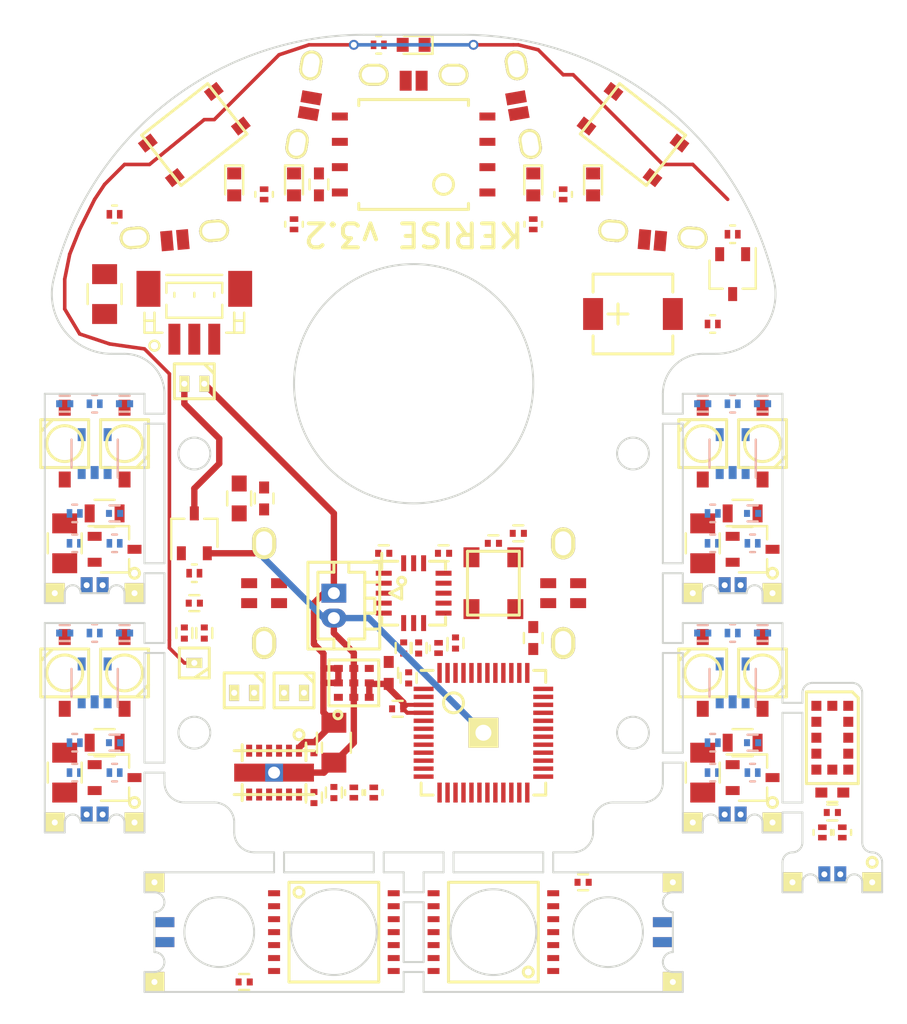
<source format=kicad_pcb>
(kicad_pcb (version 4) (host pcbnew 4.0.6)
  (layers (0 F.Cu signal) (31 B.Cu signal) (34 B.Paste user) (35 F.Paste user) (36 B.SilkS user) (37 F.SilkS user) (38 B.Mask user) (39 F.Mask user) (44 Edge.Cuts user))
  (net 0 "")
  (net 1 GND)
  (net 2 +3V3)
  (net 3 VDD_SDIO)
  (net 4 +BATT)
  (net 5 /IR_RCV_FL/s_IR_RCV)
  (net 6 /IR_RCV_FL/LED_to_C)
  (net 7 /IR_RCV_FL/s_GND)
  (net 8 /IR_RCV_FR/s_IR_RCV)
  (net 9 /IR_RCV_FR/LED_to_C)
  (net 10 /IR_RCV_FR/s_GND)
  (net 11 /IR_RCV_SR/s_IR_RCV)
  (net 12 /IR_RCV_SR/LED_to_C)
  (net 13 /IR_RCV_SR/s_GND)
  (net 14 "Net-(D1-Pad2)")
  (net 15 /IR_RCV_FL/s_3.3V)
  (net 16 /IR_RCV_FL/LED_to_FET)
  (net 17 /IR_RCV_FR/s_3.3V)
  (net 18 /IR_RCV_FR/LED_to_FET)
  (net 19 /IR_RCV_SR/s_3.3V)
  (net 20 /IR_RCV_SR/LED_to_FET)
  (net 21 /Motor/MT_OUT_L1)
  (net 22 /Motor/MT_OUT_L2)
  (net 23 /Motor/MT_OUT_R1)
  (net 24 /Motor/MT_OUT_R2)
  (net 25 PR-RCV-SL)
  (net 26 PR-RCV-FL)
  (net 27 /IR_RCV_FL/s_IR_LED)
  (net 28 PR-RCV-FR)
  (net 29 /IR_RCV_FR/s_IR_LED)
  (net 30 PR-RCV-SR)
  (net 31 /IR_RCV_SR/s_IR_LED)
  (net 32 UART-RX)
  (net 33 UART-TX)
  (net 34 SPEAKER)
  (net 35 FAN)
  (net 36 BAT-VOL)
  (net 37 "Net-(R8-Pad2)")
  (net 38 LED_1)
  (net 39 LED_2)
  (net 40 BUTTON)
  (net 41 MT-IN-L1)
  (net 42 MT-IN-L2)
  (net 43 SHD/SD2)
  (net 44 SWP/SD3)
  (net 45 SCS/CMD)
  (net 46 SCK/CLK)
  (net 47 SDO/SD0)
  (net 48 SDI/SD1)
  (net 49 MT-IN-R1)
  (net 50 MT-IN-R2)
  (net 51 /IR_RCV_SL/s_IR_RCV)
  (net 52 /IR_RCV_SL/LED_to_C)
  (net 53 /IR_RCV_SL/s_GND)
  (net 54 /IR_RCV_SL/s_3.3V)
  (net 55 /IR_RCV_SL/LED_to_FET)
  (net 56 /IR_RCV_SL/s_IR_LED)
  (net 57 /Fan/fan_to_fet)
  (net 58 "Net-(C2-Pad1)")
  (net 59 /ANTENA)
  (net 60 /Encoder_R/s_VDD)
  (net 61 /Encoder_R/s_GND)
  (net 62 /ToF/s_3.3V)
  (net 63 /ToF/s_GND)
  (net 64 /Encoder_L/s_VDD)
  (net 65 /Encoder_L/s_GND)
  (net 66 "Net-(D6-Pad2)")
  (net 67 "Net-(D7-Pad2)")
  (net 68 "Net-(D8-Pad2)")
  (net 69 "Net-(LS1-Pad2)")
  (net 70 SPI-CS-ENC)
  (net 71 SPI-SCLK)
  (net 72 ENC-CHAIN)
  (net 73 SPI-MOSI)
  (net 74 /Encoder_R/s_CS)
  (net 75 /Encoder_R/s_SCLK)
  (net 76 /Encoder_R/s_MISO)
  (net 77 /Encoder_R/s_MOSI)
  (net 78 I2C-SDA)
  (net 79 I2C-SCL)
  (net 80 /ToF/s_SDA)
  (net 81 /ToF/s_SCL)
  (net 82 SPI-MISO)
  (net 83 /Encoder_L/s_CS)
  (net 84 /Encoder_L/s_SCLK)
  (net 85 /Encoder_L/s_MISO)
  (net 86 /Encoder_L/s_MOSI)
  (net 87 "Net-(R2-Pad1)")
  (net 88 "Net-(R13-Pad2)")
  (net 89 LED_3)
  (net 90 SPI-CS-AXIS)
  (net 91 PR-LED-SL)
  (net 92 PR-LED-SR)
  (net 93 "Net-(D9-Pad2)")
  (net 94 LED_4)
  (net 95 "Net-(C4-Pad1)")
  (net 96 "Net-(C5-Pad2)")
  (net 97 "Net-(C6-Pad1)")
  (net 98 VDDA)
  (net 99 "Net-(Q3-Pad3)")
  (net 100 "Net-(C12-Pad1)")
  (net 101 "Net-(C20-Pad1)")
  (net 102 "Net-(C20-Pad2)")
  (net 103 "Net-(C24-Pad1)")
  (net 104 "Net-(C24-Pad2)")
  (net 105 "Net-(C32-Pad1)")
  (net 106 "Net-(C34-Pad1)")
  (net 107 "Net-(C34-Pad2)")
  (net 108 "Net-(C38-Pad1)")
  (net 109 "Net-(C38-Pad2)")
  (net 110 "Net-(R27-Pad2)")
  (net 111 "Net-(R32-Pad2)")
  (module TO_SOT_Packages_SMD:SOT-353_SC-70-5 (layer B.Cu) (at 164.5 106 90)
    (fp_text reference U13)
    (fp_text value TLV316IDCKR)
    (pad 1 smd rect (at -0.95 0.65 90) (size 0.65 0.4) (layers B.Cu B.Paste B.Mask) (net 8 /IR_RCV_FR/s_IR_RCV))
    (pad 3 smd rect (at -0.95 -0.65 90) (size 0.65 0.4) (layers B.Cu B.Paste B.Mask) (net 111 "Net-(R32-Pad2)"))
    (pad 2 smd rect (at -0.95 0 90) (size 0.65 0.4) (layers B.Cu B.Paste B.Mask) (net 10 /IR_RCV_FR/s_GND))
    (pad 4 smd rect (at 0.95 -0.65 90) (size 0.65 0.4) (layers B.Cu B.Paste B.Mask) (net 108 "Net-(C38-Pad1)"))
    (pad 5 smd rect (at 0.95 0.65 90) (size 0.65 0.4) (layers B.Cu B.Paste B.Mask) (net 17 /IR_RCV_FR/s_3.3V))
  )
  (module TO_SOT_Packages_SMD:SOT-353_SC-70-5 (layer B.Cu) (at 164.5 117.5 90)
    (fp_text reference U12)
    (fp_text value TLV316IDCKR)
    (pad 1 smd rect (at -0.95 0.65 90) (size 0.65 0.4) (layers B.Cu B.Paste B.Mask) (net 5 /IR_RCV_FL/s_IR_RCV))
    (pad 3 smd rect (at -0.95 -0.65 90) (size 0.65 0.4) (layers B.Cu B.Paste B.Mask) (net 110 "Net-(R27-Pad2)"))
    (pad 2 smd rect (at -0.95 0 90) (size 0.65 0.4) (layers B.Cu B.Paste B.Mask) (net 7 /IR_RCV_FL/s_GND))
    (pad 4 smd rect (at 0.95 -0.65 90) (size 0.65 0.4) (layers B.Cu B.Paste B.Mask) (net 106 "Net-(C34-Pad1)"))
    (pad 5 smd rect (at 0.95 0.65 90) (size 0.65 0.4) (layers B.Cu B.Paste B.Mask) (net 15 /IR_RCV_FL/s_3.3V))
  )
  (module TO_SOT_Packages_SMD:SOT-353_SC-70-5 (layer B.Cu) (at 132.5 117.5 90)
    (fp_text reference U7)
    (fp_text value TLV316IDCKR)
    (pad 1 smd rect (at -0.95 0.65 90) (size 0.65 0.4) (layers B.Cu B.Paste B.Mask) (net 11 /IR_RCV_SR/s_IR_RCV))
    (pad 3 smd rect (at -0.95 -0.65 90) (size 0.65 0.4) (layers B.Cu B.Paste B.Mask) (net 88 "Net-(R13-Pad2)"))
    (pad 2 smd rect (at -0.95 0 90) (size 0.65 0.4) (layers B.Cu B.Paste B.Mask) (net 13 /IR_RCV_SR/s_GND))
    (pad 4 smd rect (at 0.95 -0.65 90) (size 0.65 0.4) (layers B.Cu B.Paste B.Mask) (net 103 "Net-(C24-Pad1)"))
    (pad 5 smd rect (at 0.95 0.65 90) (size 0.65 0.4) (layers B.Cu B.Paste B.Mask) (net 19 /IR_RCV_SR/s_3.3V))
  )
  (module TO_SOT_Packages_SMD:SOT-353_SC-70-5 (layer B.Cu) (at 132.5 106 90)
    (fp_text reference U6)
    (fp_text value TLV316IDCKR)
    (pad 1 smd rect (at -0.95 0.65 90) (size 0.65 0.4) (layers B.Cu B.Paste B.Mask) (net 51 /IR_RCV_SL/s_IR_RCV))
    (pad 3 smd rect (at -0.95 -0.65 90) (size 0.65 0.4) (layers B.Cu B.Paste B.Mask) (net 37 "Net-(R8-Pad2)"))
    (pad 2 smd rect (at -0.95 0 90) (size 0.65 0.4) (layers B.Cu B.Paste B.Mask) (net 53 /IR_RCV_SL/s_GND))
    (pad 4 smd rect (at 0.95 -0.65 90) (size 0.65 0.4) (layers B.Cu B.Paste B.Mask) (net 101 "Net-(C20-Pad1)"))
    (pad 5 smd rect (at 0.95 0.65 90) (size 0.65 0.4) (layers B.Cu B.Paste B.Mask) (net 54 /IR_RCV_SL/s_3.3V))
  )
  (module Resistors_SMD:R_0201 (layer F.Cu) (at 164.5 95 180)
    (fp_text reference R16)
    (fp_text value 10k)
    (pad 1 smd rect (at -0.26 0 180) (size 0.28 0.43) (layers F.Cu F.Paste F.Mask) (net 34 SPEAKER))
    (pad 2 smd rect (at 0.26 0 180) (size 0.28 0.43) (layers F.Cu F.Paste F.Mask) (net 1 GND))
  )
  (module mouse:STAND_PR_HOST (layer F.Cu) (at 148.5 87)
    (fp_text reference P12)
    (fp_text value ToF_Host)
    (pad 1 thru_hole oval (at -2 0) (size 1.5 1.1) (drill oval 1.2 0.8) (layers *.Cu *.Mask F.SilkS) (net 2 +3V3))
    (pad 4 thru_hole oval (at 2 0) (size 1.5 1.1) (drill oval 1.2 0.8) (layers *.Cu *.Mask F.SilkS) (net 1 GND))
    (pad 2 smd rect (at -0.4 0.3) (size 0.6 1) (layers F.Cu F.Paste F.Mask) (net 78 I2C-SDA))
    (pad 3 smd rect (at 0.4 0.3) (size 0.6 1) (layers F.Cu F.Paste F.Mask) (net 79 I2C-SCL))
  )
  (module mouse:STAND_PR_HOST (layer F.Cu) (at 154 88.5 280)
    (fp_text reference P7)
    (fp_text value PR_Host)
    (pad 1 thru_hole oval (at -2 0 280) (size 1.5 1.1) (drill oval 1.2 0.8) (layers *.Cu *.Mask F.SilkS) (net 98 VDDA))
    (pad 4 thru_hole oval (at 2 0 280) (size 1.5 1.1) (drill oval 1.2 0.8) (layers *.Cu *.Mask F.SilkS) (net 1 GND))
    (pad 2 smd rect (at -0.4 0.3 280) (size 0.6 1) (layers F.Cu F.Paste F.Mask) (net 92 PR-LED-SR))
    (pad 3 smd rect (at 0.4 0.3 280) (size 0.6 1) (layers F.Cu F.Paste F.Mask) (net 30 PR-RCV-SR))
  )
  (module mouse:STAND_PR_HOST (layer F.Cu) (at 143 88.5 80)
    (fp_text reference P5)
    (fp_text value PR_Host)
    (pad 1 thru_hole oval (at -2 0 80) (size 1.5 1.1) (drill oval 1.2 0.8) (layers *.Cu *.Mask F.SilkS) (net 98 VDDA))
    (pad 4 thru_hole oval (at 2 0 80) (size 1.5 1.1) (drill oval 1.2 0.8) (layers *.Cu *.Mask F.SilkS) (net 1 GND))
    (pad 2 smd rect (at -0.4 0.3 80) (size 0.6 1) (layers F.Cu F.Paste F.Mask) (net 91 PR-LED-SL))
    (pad 3 smd rect (at 0.4 0.3 80) (size 0.6 1) (layers F.Cu F.Paste F.Mask) (net 25 PR-RCV-SL))
  )
  (module mouse:STAND_PR_HOST (layer F.Cu) (at 136.5 95 5)
    (fp_text reference P16)
    (fp_text value PR_Host)
    (pad 1 thru_hole oval (at -2 0 5) (size 1.5 1.1) (drill oval 1.2 0.8) (layers *.Cu *.Mask F.SilkS) (net 98 VDDA))
    (pad 4 thru_hole oval (at 2 0 5) (size 1.5 1.1) (drill oval 1.2 0.8) (layers *.Cu *.Mask F.SilkS) (net 1 GND))
    (pad 2 smd rect (at -0.4 0.3 5) (size 0.6 1) (layers F.Cu F.Paste F.Mask) (net 92 PR-LED-SR))
    (pad 3 smd rect (at 0.4 0.3 5) (size 0.6 1) (layers F.Cu F.Paste F.Mask) (net 26 PR-RCV-FL))
  )
  (module mouse:STAND_PR_HOST (layer F.Cu) (at 160.5 95 355)
    (fp_text reference P18)
    (fp_text value PR_Host)
    (pad 1 thru_hole oval (at -2 0 355) (size 1.5 1.1) (drill oval 1.2 0.8) (layers *.Cu *.Mask F.SilkS) (net 98 VDDA))
    (pad 4 thru_hole oval (at 2 0 355) (size 1.5 1.1) (drill oval 1.2 0.8) (layers *.Cu *.Mask F.SilkS) (net 1 GND))
    (pad 2 smd rect (at -0.4 0.3 355) (size 0.6 1) (layers F.Cu F.Paste F.Mask) (net 91 PR-LED-SL))
    (pad 3 smd rect (at 0.4 0.3 355) (size 0.6 1) (layers F.Cu F.Paste F.Mask) (net 28 PR-RCV-FR))
  )
  (module Capacitors_SMD:C_0603 (layer F.Cu) (at 139.75 108.25 270)
    (fp_text reference L2)
    (fp_text value 100u)
    (pad 2 smd rect (at 0.75 0 270) (size 0.8 0.75) (layers F.Cu F.Paste F.Mask) (net 2 +3V3))
    (pad 1 smd rect (at -0.75 0 270) (size 0.8 0.75) (layers F.Cu F.Paste F.Mask) (net 98 VDDA))
  )
  (module mouse:SOIJ-8_5.3x5.3mm_Pitch1.27mm (layer F.Cu) (at 148.5 91 180)
    (fp_text reference U1)
    (fp_text value FLASH)
    (pad 1 smd rect (at -3.7 -1.905 180) (size 0.8 0.4) (layers F.Cu F.Paste F.Mask) (net 45 SCS/CMD))
    (pad 2 smd rect (at -3.7 -0.635 180) (size 0.8 0.4) (layers F.Cu F.Paste F.Mask) (net 47 SDO/SD0))
    (pad 3 smd rect (at -3.7 0.635 180) (size 0.8 0.4) (layers F.Cu F.Paste F.Mask) (net 44 SWP/SD3))
    (pad 4 smd rect (at -3.7 1.905 180) (size 0.8 0.4) (layers F.Cu F.Paste F.Mask) (net 1 GND))
    (pad 5 smd rect (at 3.7 1.905 180) (size 0.8 0.4) (layers F.Cu F.Paste F.Mask) (net 48 SDI/SD1))
    (pad 6 smd rect (at 3.7 0.635 180) (size 0.8 0.4) (layers F.Cu F.Paste F.Mask) (net 46 SCK/CLK))
    (pad 7 smd rect (at 3.7 -0.635 180) (size 0.8 0.4) (layers F.Cu F.Paste F.Mask) (net 43 SHD/SD2))
    (pad 8 smd rect (at 3.7 -1.905 180) (size 0.8 0.4) (layers F.Cu F.Paste F.Mask) (net 3 VDD_SDIO))
  )
  (module mouse:VISHAY_DIODE (layer F.Cu) (at 131 105.5 270)
    (fp_text reference D2 hide)
    (fp_text value VSMB294008G)
    (pad 1 smd rect (at -1.8 0 270) (size 0.8 0.6) (layers F.Cu F.Paste F.Mask) (net 55 /IR_RCV_SL/LED_to_FET))
    (pad 2 smd rect (at 1.8 0 270) (size 0.8 0.6) (layers F.Cu F.Paste F.Mask) (net 52 /IR_RCV_SL/LED_to_C))
  )
  (module Capacitors_SMD:C_0805 (layer F.Cu) (at 131 122 270)
    (fp_text reference C23)
    (fp_text value 47u)
    (pad 1 smd rect (at -1 0 270) (size 1 1.25) (layers F.Cu F.Paste F.Mask) (net 12 /IR_RCV_SR/LED_to_C))
    (pad 2 smd rect (at 1 0 270) (size 1 1.25) (layers F.Cu F.Paste F.Mask) (net 13 /IR_RCV_SR/s_GND))
  )
  (module mouse:VISHAY_DIODE (layer F.Cu) (at 134 117 90)
    (fp_text reference D5 hide)
    (fp_text value VEMD2020X01)
    (pad 1 smd rect (at -1.8 0 90) (size 0.8 0.6) (layers F.Cu F.Paste F.Mask) (net 19 /IR_RCV_SR/s_3.3V))
    (pad 2 smd rect (at 1.8 0 90) (size 0.8 0.6) (layers F.Cu F.Paste F.Mask) (net 104 "Net-(C24-Pad2)"))
  )
  (module mouse:VISHAY_DIODE (layer F.Cu) (at 131 117 270)
    (fp_text reference D4 hide)
    (fp_text value VSMB294008G)
    (pad 1 smd rect (at -1.8 0 270) (size 0.8 0.6) (layers F.Cu F.Paste F.Mask) (net 20 /IR_RCV_SR/LED_to_FET))
    (pad 2 smd rect (at 1.8 0 270) (size 0.8 0.6) (layers F.Cu F.Paste F.Mask) (net 12 /IR_RCV_SR/LED_to_C))
  )
  (module mouse:VISHAY_DIODE (layer F.Cu) (at 134 105.5 90)
    (fp_text reference D3 hide)
    (fp_text value VEMD2020X01)
    (pad 1 smd rect (at -1.8 0 90) (size 0.8 0.6) (layers F.Cu F.Paste F.Mask) (net 54 /IR_RCV_SL/s_3.3V))
    (pad 2 smd rect (at 1.8 0 90) (size 0.8 0.6) (layers F.Cu F.Paste F.Mask) (net 102 "Net-(C20-Pad2)"))
  )
  (module mouse:VISHAY_DIODE (layer F.Cu) (at 166 117 90)
    (fp_text reference D10 hide)
    (fp_text value VSMB294008G)
    (pad 1 smd rect (at -1.8 0 90) (size 0.8 0.6) (layers F.Cu F.Paste F.Mask) (net 16 /IR_RCV_FL/LED_to_FET))
    (pad 2 smd rect (at 1.8 0 90) (size 0.8 0.6) (layers F.Cu F.Paste F.Mask) (net 6 /IR_RCV_FL/LED_to_C))
  )
  (module mouse:VISHAY_DIODE (layer F.Cu) (at 163 117 270)
    (fp_text reference D11 hide)
    (fp_text value VEMD2020X01)
    (pad 1 smd rect (at -1.8 0 270) (size 0.8 0.6) (layers F.Cu F.Paste F.Mask) (net 15 /IR_RCV_FL/s_3.3V))
    (pad 2 smd rect (at 1.8 0 270) (size 0.8 0.6) (layers F.Cu F.Paste F.Mask) (net 107 "Net-(C34-Pad2)"))
  )
  (module mouse:VISHAY_DIODE (layer F.Cu) (at 166 105.5 90)
    (fp_text reference D12 hide)
    (fp_text value VSMB294008G)
    (pad 1 smd rect (at -1.8 0 90) (size 0.8 0.6) (layers F.Cu F.Paste F.Mask) (net 18 /IR_RCV_FR/LED_to_FET))
    (pad 2 smd rect (at 1.8 0 90) (size 0.8 0.6) (layers F.Cu F.Paste F.Mask) (net 9 /IR_RCV_FR/LED_to_C))
  )
  (module mouse:VISHAY_DIODE (layer F.Cu) (at 163 105.5 270)
    (fp_text reference D13 hide)
    (fp_text value VEMD2020X01)
    (pad 1 smd rect (at -1.8 0 270) (size 0.8 0.6) (layers F.Cu F.Paste F.Mask) (net 17 /IR_RCV_FR/s_3.3V))
    (pad 2 smd rect (at 1.8 0 270) (size 0.8 0.6) (layers F.Cu F.Paste F.Mask) (net 109 "Net-(C38-Pad2)"))
  )
  (module mouse:TSSOP-14_4.4x5mm_Pitch0.65mm (layer F.Cu) (at 152.5 130 180)
    (fp_text reference U10)
    (fp_text value AS5048A)
    (pad 1 smd rect (at -3 -1.95 180) (size 0.6 0.3) (layers F.Cu F.Paste F.Mask) (net 83 /Encoder_L/s_CS))
    (pad 2 smd rect (at -3 -1.3 180) (size 0.6 0.3) (layers F.Cu F.Paste F.Mask) (net 84 /Encoder_L/s_SCLK))
    (pad 3 smd rect (at -3 -0.65 180) (size 0.6 0.3) (layers F.Cu F.Paste F.Mask) (net 85 /Encoder_L/s_MISO))
    (pad 4 smd rect (at -3 0 180) (size 0.6 0.3) (layers F.Cu F.Paste F.Mask) (net 86 /Encoder_L/s_MOSI))
    (pad 5 smd rect (at -3 0.65 180) (size 0.6 0.3) (layers F.Cu F.Paste F.Mask) (net 65 /Encoder_L/s_GND))
    (pad 6 smd rect (at -3 1.3 180) (size 0.6 0.3) (layers F.Cu F.Paste F.Mask) (net 65 /Encoder_L/s_GND))
    (pad 7 smd rect (at -3 1.95 180) (size 0.6 0.3) (layers F.Cu F.Paste F.Mask) (net 65 /Encoder_L/s_GND))
    (pad 8 smd rect (at 3 1.95 180) (size 0.6 0.3) (layers F.Cu F.Paste F.Mask) (net 65 /Encoder_L/s_GND))
    (pad 9 smd rect (at 3 1.3 180) (size 0.6 0.3) (layers F.Cu F.Paste F.Mask) (net 65 /Encoder_L/s_GND))
    (pad 10 smd rect (at 3 0.65 180) (size 0.6 0.3) (layers F.Cu F.Paste F.Mask) (net 65 /Encoder_L/s_GND))
    (pad 11 smd rect (at 3 0 180) (size 0.6 0.3) (layers F.Cu F.Paste F.Mask) (net 64 /Encoder_L/s_VDD))
    (pad 12 smd rect (at 3 -0.65 180) (size 0.6 0.3) (layers F.Cu F.Paste F.Mask) (net 64 /Encoder_L/s_VDD))
    (pad 13 smd rect (at 3 -1.3 180) (size 0.6 0.3) (layers F.Cu F.Paste F.Mask) (net 65 /Encoder_L/s_GND))
    (pad 14 smd rect (at 3 -1.95 180) (size 0.6 0.3) (layers F.Cu F.Paste F.Mask))
  )
  (module mouse:LGA-16-3x3 (layer F.Cu) (at 148.5 113)
    (fp_text reference U11)
    (fp_text value ICM-20602)
    (pad 1 smd rect (at -1.5 -1) (size 0.8 0.25) (layers F.Cu F.Paste F.Mask) (net 2 +3V3))
    (pad 2 smd rect (at -1.5 -0.5) (size 0.8 0.25) (layers F.Cu F.Paste F.Mask) (net 71 SPI-SCLK))
    (pad 3 smd rect (at -1.5 0) (size 0.8 0.25) (layers F.Cu F.Paste F.Mask) (net 73 SPI-MOSI))
    (pad 4 smd rect (at -1.5 0.5) (size 0.8 0.25) (layers F.Cu F.Paste F.Mask) (net 82 SPI-MISO))
    (pad 5 smd rect (at -1.5 1) (size 0.8 0.25) (layers F.Cu F.Paste F.Mask) (net 90 SPI-CS-AXIS))
    (pad 9 smd rect (at 1.5 1) (size 0.8 0.25) (layers F.Cu F.Paste F.Mask) (net 1 GND))
    (pad 10 smd rect (at 1.5 0.5) (size 0.8 0.25) (layers F.Cu F.Paste F.Mask) (net 1 GND))
    (pad 11 smd rect (at 1.5 0) (size 0.8 0.25) (layers F.Cu F.Paste F.Mask) (net 1 GND))
    (pad 12 smd rect (at 1.5 -0.5) (size 0.8 0.25) (layers F.Cu F.Paste F.Mask) (net 1 GND))
    (pad 13 smd rect (at 1.5 -1) (size 0.8 0.25) (layers F.Cu F.Paste F.Mask) (net 1 GND))
    (pad 14 smd rect (at 0.5 -1.5) (size 0.25 0.8) (layers F.Cu F.Paste F.Mask) (net 105 "Net-(C32-Pad1)"))
    (pad 15 smd rect (at 0 -1.5) (size 0.25 0.8) (layers F.Cu F.Paste F.Mask) (net 1 GND))
    (pad 16 smd rect (at -0.5 -1.5) (size 0.25 0.8) (layers F.Cu F.Paste F.Mask) (net 2 +3V3))
    (pad 6 smd rect (at -0.5 1.5) (size 0.25 0.8) (layers F.Cu F.Paste F.Mask))
    (pad 7 smd rect (at 0 1.5) (size 0.25 0.8) (layers F.Cu F.Paste F.Mask))
    (pad 8 smd rect (at 0.5 1.5) (size 0.25 0.8) (layers F.Cu F.Paste F.Mask) (net 1 GND))
  )
  (module mouse:VL53L0X (layer F.Cu) (at 169.5 120.25 90)
    (fp_text reference U9 hide)
    (fp_text value VL53L0X hide)
    (pad 1 smd rect (at 1.6 0.8 90) (size 0.5 0.5) (layers F.Cu F.Paste F.Mask) (net 62 /ToF/s_3.3V))
    (pad 2 smd rect (at 0.8 0.8 90) (size 0.5 0.5) (layers F.Cu F.Paste F.Mask) (net 63 /ToF/s_GND))
    (pad 3 smd rect (at 0 0.8 90) (size 0.5 0.5) (layers F.Cu F.Paste F.Mask) (net 63 /ToF/s_GND))
    (pad 5 smd rect (at -1.6 0.8 90) (size 0.5 0.5) (layers F.Cu F.Paste F.Mask) (net 62 /ToF/s_3.3V))
    (pad 4 smd rect (at -0.8 0.8 90) (size 0.5 0.5) (layers F.Cu F.Paste F.Mask) (net 63 /ToF/s_GND))
    (pad 6 smd rect (at -1.6 0 90) (size 0.5 0.5) (layers F.Cu F.Paste F.Mask) (net 63 /ToF/s_GND))
    (pad 11 smd rect (at 1.6 -0.8 90) (size 0.5 0.5) (layers F.Cu F.Paste F.Mask) (net 62 /ToF/s_3.3V))
    (pad 10 smd rect (at 0.8 -0.8 90) (size 0.5 0.5) (layers F.Cu F.Paste F.Mask) (net 81 /ToF/s_SCL))
    (pad 9 smd rect (at 0 -0.8 90) (size 0.5 0.5) (layers F.Cu F.Paste F.Mask) (net 80 /ToF/s_SDA))
    (pad 8 smd rect (at -0.8 -0.8 90) (size 0.5 0.5) (layers F.Cu F.Paste F.Mask))
    (pad 7 smd rect (at -1.6 -0.8 90) (size 0.5 0.5) (layers F.Cu F.Paste F.Mask))
    (pad 12 smd rect (at 1.6 0 90) (size 0.5 0.5) (layers F.Cu F.Paste F.Mask) (net 63 /ToF/s_GND))
  )
  (module mouse:TSSOP-14_4.4x5mm_Pitch0.65mm (layer F.Cu) (at 144.5 130)
    (fp_text reference U8)
    (fp_text value AS5048A)
    (pad 1 smd rect (at -3 -1.95) (size 0.6 0.3) (layers F.Cu F.Paste F.Mask) (net 74 /Encoder_R/s_CS))
    (pad 2 smd rect (at -3 -1.3) (size 0.6 0.3) (layers F.Cu F.Paste F.Mask) (net 75 /Encoder_R/s_SCLK))
    (pad 3 smd rect (at -3 -0.65) (size 0.6 0.3) (layers F.Cu F.Paste F.Mask) (net 76 /Encoder_R/s_MISO))
    (pad 4 smd rect (at -3 0) (size 0.6 0.3) (layers F.Cu F.Paste F.Mask) (net 77 /Encoder_R/s_MOSI))
    (pad 5 smd rect (at -3 0.65) (size 0.6 0.3) (layers F.Cu F.Paste F.Mask) (net 61 /Encoder_R/s_GND))
    (pad 6 smd rect (at -3 1.3) (size 0.6 0.3) (layers F.Cu F.Paste F.Mask) (net 61 /Encoder_R/s_GND))
    (pad 7 smd rect (at -3 1.95) (size 0.6 0.3) (layers F.Cu F.Paste F.Mask) (net 61 /Encoder_R/s_GND))
    (pad 8 smd rect (at 3 1.95) (size 0.6 0.3) (layers F.Cu F.Paste F.Mask) (net 61 /Encoder_R/s_GND))
    (pad 9 smd rect (at 3 1.3) (size 0.6 0.3) (layers F.Cu F.Paste F.Mask) (net 61 /Encoder_R/s_GND))
    (pad 10 smd rect (at 3 0.65) (size 0.6 0.3) (layers F.Cu F.Paste F.Mask) (net 61 /Encoder_R/s_GND))
    (pad 11 smd rect (at 3 0) (size 0.6 0.3) (layers F.Cu F.Paste F.Mask) (net 60 /Encoder_R/s_VDD))
    (pad 12 smd rect (at 3 -0.65) (size 0.6 0.3) (layers F.Cu F.Paste F.Mask) (net 60 /Encoder_R/s_VDD))
    (pad 13 smd rect (at 3 -1.3) (size 0.6 0.3) (layers F.Cu F.Paste F.Mask) (net 61 /Encoder_R/s_GND))
    (pad 14 smd rect (at 3 -1.95) (size 0.6 0.3) (layers F.Cu F.Paste F.Mask))
  )
  (module mouse:LXDC2UR (layer F.Cu) (at 145.5 117.5 180)
    (fp_text reference U5)
    (fp_text value LXDC2URxx)
    (pad 2 smd rect (at 0 -0.725 180) (size 0.45 0.35) (layers F.Cu F.Paste F.Mask) (net 1 GND))
    (pad 3 smd rect (at -0.775 -0.725 180) (size 0.45 0.35) (layers F.Cu F.Paste F.Mask) (net 2 +3V3))
    (pad 4 smd rect (at -0.775 0 180) (size 0.45 0.35) (layers F.Cu F.Paste F.Mask) (net 2 +3V3))
    (pad 5 smd rect (at -0.775 0.725 180) (size 0.45 0.35) (layers F.Cu F.Paste F.Mask) (net 4 +BATT))
    (pad 6 smd rect (at 0 0.725 180) (size 0.45 0.35) (layers F.Cu F.Paste F.Mask) (net 1 GND))
    (pad 7 smd rect (at 0.775 0.725 180) (size 0.45 0.35) (layers F.Cu F.Paste F.Mask) (net 4 +BATT))
    (pad 8 smd rect (at 0.775 0 180) (size 0.45 0.35) (layers F.Cu F.Paste F.Mask) (net 4 +BATT))
    (pad 9 smd rect (at 0 0 180) (size 0.45 0.35) (layers F.Cu F.Paste F.Mask) (net 1 GND))
    (pad 1 smd rect (at 0.775 -0.725 180) (size 0.45 0.35) (layers F.Cu F.Paste F.Mask))
  )
  (module mouse:SW_PUSH (layer F.Cu) (at 159.5 90 322)
    (fp_text reference SW2)
    (fp_text value SW_Push)
    (pad 2 smd rect (at 2.1 1.1 322) (size 0.8 0.6) (layers F.Cu F.Paste F.Mask) (net 1 GND))
    (pad 2 smd rect (at -2.1 1.1 322) (size 0.8 0.6) (layers F.Cu F.Paste F.Mask) (net 1 GND))
    (pad 1 smd rect (at -2.1 -1.1 322) (size 0.8 0.6) (layers F.Cu F.Paste F.Mask) (net 40 BUTTON))
    (pad 1 smd rect (at 2.1 -1.1 322) (size 0.8 0.6) (layers F.Cu F.Paste F.Mask) (net 40 BUTTON))
  )
  (module mouse:SW_PUSH (layer F.Cu) (at 137.5 90 38)
    (fp_text reference SW1)
    (fp_text value SW_Push)
    (pad 2 smd rect (at 2.1 1.1 38) (size 0.8 0.6) (layers F.Cu F.Paste F.Mask) (net 1 GND))
    (pad 2 smd rect (at -2.1 1.1 38) (size 0.8 0.6) (layers F.Cu F.Paste F.Mask) (net 1 GND))
    (pad 1 smd rect (at -2.1 -1.1 38) (size 0.8 0.6) (layers F.Cu F.Paste F.Mask) (net 87 "Net-(R2-Pad1)"))
    (pad 1 smd rect (at 2.1 -1.1 38) (size 0.8 0.6) (layers F.Cu F.Paste F.Mask) (net 87 "Net-(R2-Pad1)"))
  )
  (module Resistors_SMD:R_0201 (layer F.Cu) (at 169 125 270)
    (fp_text reference R24)
    (fp_text value 4.7k)
    (pad 1 smd rect (at -0.26 0 270) (size 0.28 0.43) (layers F.Cu F.Paste F.Mask) (net 62 /ToF/s_3.3V))
    (pad 2 smd rect (at 0.26 0 270) (size 0.28 0.43) (layers F.Cu F.Paste F.Mask) (net 81 /ToF/s_SCL))
  )
  (module Resistors_SMD:R_0201 (layer F.Cu) (at 170 125 270)
    (fp_text reference R23)
    (fp_text value 4.7k)
    (pad 1 smd rect (at -0.26 0 270) (size 0.28 0.43) (layers F.Cu F.Paste F.Mask) (net 62 /ToF/s_3.3V))
    (pad 2 smd rect (at 0.26 0 270) (size 0.28 0.43) (layers F.Cu F.Paste F.Mask) (net 80 /ToF/s_SDA))
  )
  (module Resistors_SMD:R_0201 (layer F.Cu) (at 142.5 94.5 90)
    (fp_text reference R20)
    (fp_text value 1k)
    (pad 1 smd rect (at -0.26 0 90) (size 0.28 0.43) (layers F.Cu F.Paste F.Mask) (net 89 LED_3))
    (pad 2 smd rect (at 0.26 0 90) (size 0.28 0.43) (layers F.Cu F.Paste F.Mask) (net 68 "Net-(D8-Pad2)"))
  )
  (module Resistors_SMD:R_0201 (layer F.Cu) (at 163.5 99.5)
    (fp_text reference R17)
    (fp_text value 47)
    (pad 1 smd rect (at -0.26 0) (size 0.28 0.43) (layers F.Cu F.Paste F.Mask) (net 69 "Net-(LS1-Pad2)"))
    (pad 2 smd rect (at 0.26 0) (size 0.28 0.43) (layers F.Cu F.Paste F.Mask) (net 99 "Net-(Q3-Pad3)"))
  )
  (module Resistors_SMD:R_0603 (layer F.Cu) (at 133 120.5 180)
    (fp_text reference R11)
    (fp_text value 47)
    (pad 1 smd rect (at -0.75 0 180) (size 0.5 0.9) (layers F.Cu F.Paste F.Mask) (net 19 /IR_RCV_SR/s_3.3V))
    (pad 2 smd rect (at 0.75 0 180) (size 0.5 0.9) (layers F.Cu F.Paste F.Mask) (net 12 /IR_RCV_SR/LED_to_C))
  )
  (module Resistors_SMD:R_0603 (layer F.Cu) (at 133 109 180)
    (fp_text reference R6)
    (fp_text value 47)
    (pad 1 smd rect (at -0.75 0 180) (size 0.5 0.9) (layers F.Cu F.Paste F.Mask) (net 54 /IR_RCV_SL/s_3.3V))
    (pad 2 smd rect (at 0.75 0 180) (size 0.5 0.9) (layers F.Cu F.Paste F.Mask) (net 52 /IR_RCV_SL/LED_to_C))
  )
  (module mouse:SMD_conn_1 (layer F.Cu) (at 137.5 116.5 90)
    (fp_text reference P1)
    (fp_text value ANT)
    (pad 1 thru_hole rect (at 0 0 90) (size 0.5 0.8) (drill 0.3) (layers *.Cu *.Mask F.SilkS) (net 58 "Net-(C2-Pad1)"))
  )
  (module Capacitors_SMD:C_0201 (layer F.Cu) (at 137.5 113.5 180)
    (fp_text reference L1)
    (fp_text value 2.7n)
    (pad 1 smd rect (at -0.28 0 180) (size 0.3 0.35) (layers F.Cu F.Paste F.Mask) (net 59 /ANTENA))
    (pad 2 smd rect (at 0.28 0 180) (size 0.3 0.35) (layers F.Cu F.Paste F.Mask) (net 1 GND))
  )
  (module LEDs:LED_0402 (layer F.Cu) (at 142.5 92.5 270)
    (fp_text reference D8)
    (fp_text value LED)
    (pad 2 smd rect (at 0.55 0 90) (size 0.6 0.7) (layers F.Cu F.Paste F.Mask) (net 68 "Net-(D8-Pad2)"))
    (pad 1 smd rect (at -0.55 0 90) (size 0.6 0.7) (layers F.Cu F.Paste F.Mask) (net 1 GND))
  )
  (module LEDs:LED_0402 (layer F.Cu) (at 154.5 92.5 270)
    (fp_text reference D7)
    (fp_text value LED)
    (pad 2 smd rect (at 0.55 0 90) (size 0.6 0.7) (layers F.Cu F.Paste F.Mask) (net 67 "Net-(D7-Pad2)"))
    (pad 1 smd rect (at -0.55 0 90) (size 0.6 0.7) (layers F.Cu F.Paste F.Mask) (net 1 GND))
  )
  (module LEDs:LED_0402 (layer F.Cu) (at 157.5 92.5 270)
    (fp_text reference D6)
    (fp_text value LED)
    (pad 2 smd rect (at 0.55 0 90) (size 0.6 0.7) (layers F.Cu F.Paste F.Mask) (net 66 "Net-(D6-Pad2)"))
    (pad 1 smd rect (at -0.55 0 90) (size 0.6 0.7) (layers F.Cu F.Paste F.Mask) (net 1 GND))
  )
  (module LEDs:LED_0402 (layer F.Cu) (at 148.5 85.5 180)
    (fp_text reference D1)
    (fp_text value Power)
    (pad 2 smd rect (at 0.55 0) (size 0.6 0.7) (layers F.Cu F.Paste F.Mask) (net 14 "Net-(D1-Pad2)"))
    (pad 1 smd rect (at -0.55 0) (size 0.6 0.7) (layers F.Cu F.Paste F.Mask) (net 1 GND))
  )
  (module Capacitors_SMD:C_0201 (layer F.Cu) (at 150 111)
    (fp_text reference C32)
    (fp_text value 0.1u)
    (pad 1 smd rect (at -0.28 0) (size 0.3 0.35) (layers F.Cu F.Paste F.Mask) (net 105 "Net-(C32-Pad1)"))
    (pad 2 smd rect (at 0.28 0) (size 0.3 0.35) (layers F.Cu F.Paste F.Mask) (net 1 GND))
  )
  (module Capacitors_SMD:C_0201 (layer F.Cu) (at 147 111 180)
    (fp_text reference C31)
    (fp_text value 0.1u)
    (pad 1 smd rect (at -0.28 0 180) (size 0.3 0.35) (layers F.Cu F.Paste F.Mask) (net 2 +3V3))
    (pad 2 smd rect (at 0.28 0 180) (size 0.3 0.35) (layers F.Cu F.Paste F.Mask) (net 1 GND))
  )
  (module Capacitors_SMD:C_0201 (layer F.Cu) (at 157 127.5 180)
    (fp_text reference C30)
    (fp_text value 0.1u)
    (pad 1 smd rect (at -0.28 0 180) (size 0.3 0.35) (layers F.Cu F.Paste F.Mask) (net 64 /Encoder_L/s_VDD))
    (pad 2 smd rect (at 0.28 0 180) (size 0.3 0.35) (layers F.Cu F.Paste F.Mask) (net 65 /Encoder_L/s_GND))
  )
  (module Capacitors_SMD:C_0201 (layer F.Cu) (at 169.5 124 180)
    (fp_text reference C29)
    (fp_text value 0.1u)
    (pad 1 smd rect (at -0.28 0 180) (size 0.3 0.35) (layers F.Cu F.Paste F.Mask) (net 62 /ToF/s_3.3V))
    (pad 2 smd rect (at 0.28 0 180) (size 0.3 0.35) (layers F.Cu F.Paste F.Mask) (net 63 /ToF/s_GND))
  )
  (module Capacitors_SMD:C_0402 (layer F.Cu) (at 169.5 123 180)
    (fp_text reference C28)
    (fp_text value 4.7u)
    (pad 1 smd rect (at -0.55 0 180) (size 0.6 0.5) (layers F.Cu F.Paste F.Mask) (net 62 /ToF/s_3.3V))
    (pad 2 smd rect (at 0.55 0 180) (size 0.6 0.5) (layers F.Cu F.Paste F.Mask) (net 63 /ToF/s_GND))
  )
  (module Capacitors_SMD:C_0201 (layer F.Cu) (at 140 132.5 180)
    (fp_text reference C27)
    (fp_text value 0.1u)
    (pad 1 smd rect (at -0.28 0 180) (size 0.3 0.35) (layers F.Cu F.Paste F.Mask) (net 60 /Encoder_R/s_VDD))
    (pad 2 smd rect (at 0.28 0 180) (size 0.3 0.35) (layers F.Cu F.Paste F.Mask) (net 61 /Encoder_R/s_GND))
  )
  (module Capacitors_SMD:C_0201 (layer B.Cu) (at 134 115 180)
    (fp_text reference C26)
    (fp_text value 0.1u)
    (pad 1 smd rect (at -0.28 0 180) (size 0.3 0.35) (layers B.Cu B.Paste B.Mask) (net 19 /IR_RCV_SR/s_3.3V))
    (pad 2 smd rect (at 0.28 0 180) (size 0.3 0.35) (layers B.Cu B.Paste B.Mask) (net 13 /IR_RCV_SR/s_GND))
  )
  (module Capacitors_SMD:C_0201 (layer B.Cu) (at 134 103.5 180)
    (fp_text reference C22)
    (fp_text value 0.1u)
    (pad 1 smd rect (at -0.28 0 180) (size 0.3 0.35) (layers B.Cu B.Paste B.Mask) (net 54 /IR_RCV_SL/s_3.3V))
    (pad 2 smd rect (at 0.28 0 180) (size 0.3 0.35) (layers B.Cu B.Paste B.Mask) (net 53 /IR_RCV_SL/s_GND))
  )
  (module Capacitors_SMD:C_0805 (layer F.Cu) (at 133 98 270)
    (fp_text reference C17)
    (fp_text value 47u)
    (pad 1 smd rect (at -1 0 270) (size 1 1.25) (layers F.Cu F.Paste F.Mask) (net 2 +3V3))
    (pad 2 smd rect (at 1 0 270) (size 1 1.25) (layers F.Cu F.Paste F.Mask) (net 1 GND))
  )
  (module Capacitors_SMD:C_0201 (layer F.Cu) (at 143.5 120.75 270)
    (fp_text reference C13)
    (fp_text value 0.1u)
    (pad 1 smd rect (at -0.28 0 270) (size 0.3 0.35) (layers F.Cu F.Paste F.Mask) (net 4 +BATT))
    (pad 2 smd rect (at 0.28 0 270) (size 0.3 0.35) (layers F.Cu F.Paste F.Mask) (net 1 GND))
  )
  (module Capacitors_SMD:C_0201 (layer F.Cu) (at 148.25 117.25 270)
    (fp_text reference C7)
    (fp_text value 0.1u)
    (pad 1 smd rect (at -0.28 0 270) (size 0.3 0.35) (layers F.Cu F.Paste F.Mask) (net 1 GND))
    (pad 2 smd rect (at 0.28 0 270) (size 0.3 0.35) (layers F.Cu F.Paste F.Mask) (net 98 VDDA))
  )
  (module Capacitors_SMD:C_0201 (layer F.Cu) (at 138 115 90)
    (fp_text reference C3)
    (fp_text value 3.9p)
    (pad 1 smd rect (at -0.28 0 90) (size 0.3 0.35) (layers F.Cu F.Paste F.Mask) (net 58 "Net-(C2-Pad1)"))
    (pad 2 smd rect (at 0.28 0 90) (size 0.3 0.35) (layers F.Cu F.Paste F.Mask) (net 59 /ANTENA))
  )
  (module Capacitors_SMD:C_0201 (layer F.Cu) (at 137 115 90)
    (fp_text reference C2)
    (fp_text value 2.4p)
    (pad 1 smd rect (at -0.28 0 90) (size 0.3 0.35) (layers F.Cu F.Paste F.Mask) (net 58 "Net-(C2-Pad1)"))
    (pad 2 smd rect (at 0.28 0 90) (size 0.3 0.35) (layers F.Cu F.Paste F.Mask) (net 1 GND))
  )
  (module mouse:crystal_FA238-TSX3225 (layer F.Cu) (at 152.5 112.5 90)
    (fp_text reference U3)
    (fp_text value XTAL)
    (pad 1 smd rect (at -1.3 1.1 90) (size 1 0.8) (layers F.Cu F.Paste F.Mask) (net 97 "Net-(C6-Pad1)"))
    (pad 3 smd rect (at 1.3 1.1 90) (size 1 0.8) (layers F.Cu F.Paste F.Mask) (net 1 GND))
    (pad 3 smd rect (at -1.3 -1.1 90) (size 1 0.8) (layers F.Cu F.Paste F.Mask) (net 1 GND))
    (pad 2 smd rect (at 1.3 -1.1 90) (size 1 0.8) (layers F.Cu F.Paste F.Mask) (net 95 "Net-(C4-Pad1)"))
  )
  (module Resistors_SMD:R_0201 (layer F.Cu) (at 137.5 112)
    (fp_text reference R22)
    (fp_text value 10k)
    (pad 1 smd rect (at -0.26 0) (size 0.28 0.43) (layers F.Cu F.Paste F.Mask) (net 35 FAN))
    (pad 2 smd rect (at 0.26 0) (size 0.28 0.43) (layers F.Cu F.Paste F.Mask) (net 1 GND))
  )
  (module Resistors_SMD:R_0201 (layer F.Cu) (at 154.5 94.5 90)
    (fp_text reference R19)
    (fp_text value 1k)
    (pad 1 smd rect (at -0.26 0 90) (size 0.28 0.43) (layers F.Cu F.Paste F.Mask) (net 39 LED_2))
    (pad 2 smd rect (at 0.26 0 90) (size 0.28 0.43) (layers F.Cu F.Paste F.Mask) (net 67 "Net-(D7-Pad2)"))
  )
  (module Resistors_SMD:R_0201 (layer F.Cu) (at 156 93 90)
    (fp_text reference R18)
    (fp_text value 1k)
    (pad 1 smd rect (at -0.26 0 90) (size 0.28 0.43) (layers F.Cu F.Paste F.Mask) (net 38 LED_1))
    (pad 2 smd rect (at 0.26 0 90) (size 0.28 0.43) (layers F.Cu F.Paste F.Mask) (net 66 "Net-(D6-Pad2)"))
  )
  (module Resistors_SMD:R_0201 (layer F.Cu) (at 145.5 123 90)
    (fp_text reference R4)
    (fp_text value 1k)
    (pad 1 smd rect (at -0.26 0 90) (size 0.28 0.43) (layers F.Cu F.Paste F.Mask) (net 36 BAT-VOL))
    (pad 2 smd rect (at 0.26 0 90) (size 0.28 0.43) (layers F.Cu F.Paste F.Mask) (net 1 GND))
  )
  (module Resistors_SMD:R_0201 (layer F.Cu) (at 146.75 85.5)
    (fp_text reference R5)
    (fp_text value 1k)
    (pad 1 smd rect (at -0.26 0) (size 0.28 0.43) (layers F.Cu F.Paste F.Mask) (net 2 +3V3))
    (pad 2 smd rect (at 0.26 0) (size 0.28 0.43) (layers F.Cu F.Paste F.Mask) (net 14 "Net-(D1-Pad2)"))
  )
  (module Resistors_SMD:R_0201 (layer F.Cu) (at 146.5 123 270)
    (fp_text reference R3)
    (fp_text value 1k)
    (pad 1 smd rect (at -0.26 0 270) (size 0.28 0.43) (layers F.Cu F.Paste F.Mask) (net 4 +BATT))
    (pad 2 smd rect (at 0.26 0 270) (size 0.28 0.43) (layers F.Cu F.Paste F.Mask) (net 36 BAT-VOL))
  )
  (module mouse:SMD_conn_2 (layer F.Cu) (at 137.5 102.5 180)
    (fp_text reference P9)
    (fp_text value Fan)
    (pad 1 thru_hole rect (at -0.5 0 180) (size 0.5 0.8) (drill 0.3) (layers *.Cu *.Mask F.SilkS) (net 4 +BATT))
    (pad 2 thru_hole rect (at 0.5 0 180) (size 0.5 0.8) (drill 0.3) (layers *.Cu *.Mask F.SilkS) (net 57 /Fan/fan_to_fet))
  )
  (module mouse:SMD_conn_2 (layer F.Cu) (at 140 118 180)
    (fp_text reference P3)
    (fp_text value Motor_R)
    (pad 1 thru_hole rect (at -0.5 0 180) (size 0.5 0.8) (drill 0.3) (layers *.Cu *.Mask F.SilkS) (net 23 /Motor/MT_OUT_R1))
    (pad 2 thru_hole rect (at 0.5 0 180) (size 0.5 0.8) (drill 0.3) (layers *.Cu *.Mask F.SilkS) (net 24 /Motor/MT_OUT_R2))
  )
  (module mouse:SMD_conn_2 (layer F.Cu) (at 142.5 118 180)
    (fp_text reference P2)
    (fp_text value Motor_L)
    (pad 1 thru_hole rect (at -0.5 0 180) (size 0.5 0.8) (drill 0.3) (layers *.Cu *.Mask F.SilkS) (net 21 /Motor/MT_OUT_L1))
    (pad 2 thru_hole rect (at 0.5 0 180) (size 0.5 0.8) (drill 0.3) (layers *.Cu *.Mask F.SilkS) (net 22 /Motor/MT_OUT_L2))
  )
  (module Capacitors_SMD:C_0201 (layer F.Cu) (at 143.5 123.25 90)
    (fp_text reference C14)
    (fp_text value 0.1u)
    (pad 1 smd rect (at -0.28 0 90) (size 0.3 0.35) (layers F.Cu F.Paste F.Mask) (net 2 +3V3))
    (pad 2 smd rect (at 0.28 0 90) (size 0.3 0.35) (layers F.Cu F.Paste F.Mask) (net 1 GND))
  )
  (module Capacitors_SMD:C_0201 (layer F.Cu) (at 153.75 110 180)
    (fp_text reference C6)
    (fp_text value 22p)
    (pad 1 smd rect (at -0.28 0 180) (size 0.3 0.35) (layers F.Cu F.Paste F.Mask) (net 97 "Net-(C6-Pad1)"))
    (pad 2 smd rect (at 0.28 0 180) (size 0.3 0.35) (layers F.Cu F.Paste F.Mask) (net 1 GND))
  )
  (module Capacitors_SMD:C_0201 (layer F.Cu) (at 152.5 110.5)
    (fp_text reference C4)
    (fp_text value 22p)
    (pad 1 smd rect (at -0.28 0) (size 0.3 0.35) (layers F.Cu F.Paste F.Mask) (net 95 "Net-(C4-Pad1)"))
    (pad 2 smd rect (at 0.28 0) (size 0.3 0.35) (layers F.Cu F.Paste F.Mask) (net 1 GND))
  )
  (module Capacitors_SMD:C_0402 (layer F.Cu) (at 147.25 117 270)
    (fp_text reference C10)
    (fp_text value 10u)
    (pad 1 smd rect (at -0.55 0 270) (size 0.6 0.5) (layers F.Cu F.Paste F.Mask) (net 1 GND))
    (pad 2 smd rect (at 0.55 0 270) (size 0.6 0.5) (layers F.Cu F.Paste F.Mask) (net 2 +3V3))
  )
  (module Capacitors_SMD:C_0402 (layer F.Cu) (at 154.5 115.25 270)
    (fp_text reference C9)
    (fp_text value 10u)
    (pad 1 smd rect (at -0.55 0 270) (size 0.6 0.5) (layers F.Cu F.Paste F.Mask) (net 1 GND))
    (pad 2 smd rect (at 0.55 0 270) (size 0.6 0.5) (layers F.Cu F.Paste F.Mask) (net 2 +3V3))
  )
  (module Connectors_Hirose:Hirose_DF13-02P-1.25DSA_02x1.25mm_Straight (layer F.Cu) (at 144.5 113 270)
    (fp_text reference P4)
    (fp_text value Battery)
    (pad 1 thru_hole rect (at 0 0 270) (size 0.95 1.25) (drill 0.6) (layers *.Cu *.Mask) (net 4 +BATT))
    (pad 2 thru_hole oval (at 1.25 0 270) (size 0.95 1.25) (drill 0.6) (layers *.Cu *.Mask) (net 1 GND))
  )
  (module Resistors_SMD:R_0201 (layer B.Cu) (at 132.5 103.5)
    (fp_text reference R7)
    (fp_text value 100k)
    (pad 1 smd rect (at -0.26 0) (size 0.28 0.43) (layers B.Cu B.Paste B.Mask) (net 102 "Net-(C20-Pad2)"))
    (pad 2 smd rect (at 0.26 0) (size 0.28 0.43) (layers B.Cu B.Paste B.Mask) (net 53 /IR_RCV_SL/s_GND))
  )
  (module Resistors_SMD:R_0201 (layer B.Cu) (at 131.5 109)
    (fp_text reference R9)
    (fp_text value 1k)
    (pad 1 smd rect (at -0.26 0) (size 0.28 0.43) (layers B.Cu B.Paste B.Mask) (net 37 "Net-(R8-Pad2)"))
    (pad 2 smd rect (at 0.26 0) (size 0.28 0.43) (layers B.Cu B.Paste B.Mask) (net 53 /IR_RCV_SL/s_GND))
  )
  (module Resistors_SMD:R_0201 (layer B.Cu) (at 131.5 110.5 180)
    (fp_text reference R8)
    (fp_text value 1k)
    (pad 1 smd rect (at -0.26 0 180) (size 0.28 0.43) (layers B.Cu B.Paste B.Mask) (net 54 /IR_RCV_SL/s_3.3V))
    (pad 2 smd rect (at 0.26 0 180) (size 0.28 0.43) (layers B.Cu B.Paste B.Mask) (net 37 "Net-(R8-Pad2)"))
  )
  (module Resistors_SMD:R_0201 (layer B.Cu) (at 133.5 110.5)
    (fp_text reference R10)
    (fp_text value 220k)
    (pad 1 smd rect (at -0.26 0) (size 0.28 0.43) (layers B.Cu B.Paste B.Mask) (net 51 /IR_RCV_SL/s_IR_RCV))
    (pad 2 smd rect (at 0.26 0) (size 0.28 0.43) (layers B.Cu B.Paste B.Mask) (net 101 "Net-(C20-Pad1)"))
  )
  (module Capacitors_SMD:C_0805 (layer F.Cu) (at 131 110.5 270)
    (fp_text reference C19)
    (fp_text value 47u)
    (pad 1 smd rect (at -1 0 270) (size 1 1.25) (layers F.Cu F.Paste F.Mask) (net 52 /IR_RCV_SL/LED_to_C))
    (pad 2 smd rect (at 1 0 270) (size 1 1.25) (layers F.Cu F.Paste F.Mask) (net 53 /IR_RCV_SL/s_GND))
  )
  (module Capacitors_SMD:C_0201 (layer B.Cu) (at 131 103.5)
    (fp_text reference C20)
    (fp_text value 0.01u)
    (pad 1 smd rect (at -0.28 0) (size 0.3 0.35) (layers B.Cu B.Paste B.Mask) (net 101 "Net-(C20-Pad1)"))
    (pad 2 smd rect (at 0.28 0) (size 0.3 0.35) (layers B.Cu B.Paste B.Mask) (net 102 "Net-(C20-Pad2)"))
  )
  (module Capacitors_SMD:C_0201 (layer B.Cu) (at 133.5 109)
    (fp_text reference C21)
    (fp_text value 22p)
    (pad 1 smd rect (at -0.28 0) (size 0.3 0.35) (layers B.Cu B.Paste B.Mask) (net 51 /IR_RCV_SL/s_IR_RCV))
    (pad 2 smd rect (at 0.28 0) (size 0.3 0.35) (layers B.Cu B.Paste B.Mask) (net 101 "Net-(C20-Pad1)"))
  )
  (module Resistors_SMD:R_0201 (layer B.Cu) (at 132.5 115)
    (fp_text reference R12)
    (fp_text value 100k)
    (pad 1 smd rect (at -0.26 0) (size 0.28 0.43) (layers B.Cu B.Paste B.Mask) (net 104 "Net-(C24-Pad2)"))
    (pad 2 smd rect (at 0.26 0) (size 0.28 0.43) (layers B.Cu B.Paste B.Mask) (net 13 /IR_RCV_SR/s_GND))
  )
  (module Resistors_SMD:R_0201 (layer B.Cu) (at 131.5 120.5)
    (fp_text reference R14)
    (fp_text value 1k)
    (pad 1 smd rect (at -0.26 0) (size 0.28 0.43) (layers B.Cu B.Paste B.Mask) (net 88 "Net-(R13-Pad2)"))
    (pad 2 smd rect (at 0.26 0) (size 0.28 0.43) (layers B.Cu B.Paste B.Mask) (net 13 /IR_RCV_SR/s_GND))
  )
  (module Resistors_SMD:R_0201 (layer B.Cu) (at 131.5 122 180)
    (fp_text reference R13)
    (fp_text value 1k)
    (pad 1 smd rect (at -0.26 0 180) (size 0.28 0.43) (layers B.Cu B.Paste B.Mask) (net 19 /IR_RCV_SR/s_3.3V))
    (pad 2 smd rect (at 0.26 0 180) (size 0.28 0.43) (layers B.Cu B.Paste B.Mask) (net 88 "Net-(R13-Pad2)"))
  )
  (module Resistors_SMD:R_0201 (layer B.Cu) (at 133.5 122)
    (fp_text reference R15)
    (fp_text value 220k)
    (pad 1 smd rect (at -0.26 0) (size 0.28 0.43) (layers B.Cu B.Paste B.Mask) (net 11 /IR_RCV_SR/s_IR_RCV))
    (pad 2 smd rect (at 0.26 0) (size 0.28 0.43) (layers B.Cu B.Paste B.Mask) (net 103 "Net-(C24-Pad1)"))
  )
  (module Resistors_SMD:R_0201 (layer F.Cu) (at 149.75 115.75 90)
    (fp_text reference R1)
    (fp_text value 20k)
    (pad 1 smd rect (at -0.26 0 90) (size 0.28 0.43) (layers F.Cu F.Paste F.Mask) (net 100 "Net-(C12-Pad1)"))
    (pad 2 smd rect (at 0.26 0 90) (size 0.28 0.43) (layers F.Cu F.Paste F.Mask) (net 96 "Net-(C5-Pad2)"))
  )
  (module Resistors_SMD:R_0201 (layer F.Cu) (at 133.5 94 180)
    (fp_text reference R2)
    (fp_text value 10k)
    (pad 1 smd rect (at -0.26 0 180) (size 0.28 0.43) (layers F.Cu F.Paste F.Mask) (net 87 "Net-(R2-Pad1)"))
    (pad 2 smd rect (at 0.26 0 180) (size 0.28 0.43) (layers F.Cu F.Paste F.Mask) (net 2 +3V3))
  )
  (module Capacitors_SMD:C_0201 (layer B.Cu) (at 131 115)
    (fp_text reference C24)
    (fp_text value 0.01u)
    (pad 1 smd rect (at -0.28 0) (size 0.3 0.35) (layers B.Cu B.Paste B.Mask) (net 103 "Net-(C24-Pad1)"))
    (pad 2 smd rect (at 0.28 0) (size 0.3 0.35) (layers B.Cu B.Paste B.Mask) (net 104 "Net-(C24-Pad2)"))
  )
  (module Capacitors_SMD:C_0201 (layer B.Cu) (at 133.5 120.5)
    (fp_text reference C25)
    (fp_text value 22p)
    (pad 1 smd rect (at -0.28 0) (size 0.3 0.35) (layers B.Cu B.Paste B.Mask) (net 11 /IR_RCV_SR/s_IR_RCV))
    (pad 2 smd rect (at 0.28 0) (size 0.3 0.35) (layers B.Cu B.Paste B.Mask) (net 103 "Net-(C24-Pad1)"))
  )
  (module Capacitors_SMD:C_0402 (layer F.Cu) (at 143.75 92.5 90)
    (fp_text reference C1)
    (fp_text value 1u)
    (pad 1 smd rect (at -0.55 0 90) (size 0.6 0.5) (layers F.Cu F.Paste F.Mask) (net 3 VDD_SDIO))
    (pad 2 smd rect (at 0.55 0 90) (size 0.6 0.5) (layers F.Cu F.Paste F.Mask) (net 1 GND))
  )
  (module Capacitors_SMD:C_0201 (layer F.Cu) (at 148 115.75 90)
    (fp_text reference C12)
    (fp_text value 0.01u)
    (pad 1 smd rect (at -0.28 0 90) (size 0.3 0.35) (layers F.Cu F.Paste F.Mask) (net 100 "Net-(C12-Pad1)"))
    (pad 2 smd rect (at 0.28 0 90) (size 0.3 0.35) (layers F.Cu F.Paste F.Mask) (net 1 GND))
  )
  (module Capacitors_SMD:C_0201 (layer F.Cu) (at 148.75 115.75 90)
    (fp_text reference C5)
    (fp_text value 3.3n)
    (pad 1 smd rect (at -0.28 0 90) (size 0.3 0.35) (layers F.Cu F.Paste F.Mask) (net 100 "Net-(C12-Pad1)"))
    (pad 2 smd rect (at 0.28 0 90) (size 0.3 0.35) (layers F.Cu F.Paste F.Mask) (net 96 "Net-(C5-Pad2)"))
  )
  (module Capacitors_SMD:C_0201 (layer F.Cu) (at 150.6 115.5 270)
    (fp_text reference C11)
    (fp_text value 0.1u)
    (pad 1 smd rect (at -0.28 0 270) (size 0.3 0.35) (layers F.Cu F.Paste F.Mask) (net 1 GND))
    (pad 2 smd rect (at 0.28 0 270) (size 0.3 0.35) (layers F.Cu F.Paste F.Mask) (net 98 VDDA))
  )
  (module Capacitors_SMD:C_0201 (layer F.Cu) (at 147.7 118.8)
    (fp_text reference C8)
    (fp_text value 0.1u)
    (pad 1 smd rect (at -0.28 0) (size 0.3 0.35) (layers F.Cu F.Paste F.Mask) (net 1 GND))
    (pad 2 smd rect (at 0.28 0) (size 0.3 0.35) (layers F.Cu F.Paste F.Mask) (net 2 +3V3))
  )
  (module Capacitors_SMD:C_0805 (layer F.Cu) (at 163 122 270)
    (fp_text reference C33)
    (fp_text value 47u)
    (pad 1 smd rect (at -1 0 270) (size 1 1.25) (layers F.Cu F.Paste F.Mask) (net 6 /IR_RCV_FL/LED_to_C))
    (pad 2 smd rect (at 1 0 270) (size 1 1.25) (layers F.Cu F.Paste F.Mask) (net 7 /IR_RCV_FL/s_GND))
  )
  (module Capacitors_SMD:C_0201 (layer B.Cu) (at 163 115)
    (fp_text reference C34)
    (fp_text value 0.01u)
    (pad 1 smd rect (at -0.28 0) (size 0.3 0.35) (layers B.Cu B.Paste B.Mask) (net 106 "Net-(C34-Pad1)"))
    (pad 2 smd rect (at 0.28 0) (size 0.3 0.35) (layers B.Cu B.Paste B.Mask) (net 107 "Net-(C34-Pad2)"))
  )
  (module Capacitors_SMD:C_0201 (layer B.Cu) (at 165.5 120.5)
    (fp_text reference C35)
    (fp_text value 22p)
    (pad 1 smd rect (at -0.28 0) (size 0.3 0.35) (layers B.Cu B.Paste B.Mask) (net 5 /IR_RCV_FL/s_IR_RCV))
    (pad 2 smd rect (at 0.28 0) (size 0.3 0.35) (layers B.Cu B.Paste B.Mask) (net 106 "Net-(C34-Pad1)"))
  )
  (module Capacitors_SMD:C_0201 (layer B.Cu) (at 166 115 180)
    (fp_text reference C36)
    (fp_text value 0.1u)
    (pad 1 smd rect (at -0.28 0 180) (size 0.3 0.35) (layers B.Cu B.Paste B.Mask) (net 15 /IR_RCV_FL/s_3.3V))
    (pad 2 smd rect (at 0.28 0 180) (size 0.3 0.35) (layers B.Cu B.Paste B.Mask) (net 7 /IR_RCV_FL/s_GND))
  )
  (module Capacitors_SMD:C_0805 (layer F.Cu) (at 163 110.5 270)
    (fp_text reference C37)
    (fp_text value 47u)
    (pad 1 smd rect (at -1 0 270) (size 1 1.25) (layers F.Cu F.Paste F.Mask) (net 9 /IR_RCV_FR/LED_to_C))
    (pad 2 smd rect (at 1 0 270) (size 1 1.25) (layers F.Cu F.Paste F.Mask) (net 10 /IR_RCV_FR/s_GND))
  )
  (module Capacitors_SMD:C_0201 (layer B.Cu) (at 163 103.5)
    (fp_text reference C38)
    (fp_text value 0.01u)
    (pad 1 smd rect (at -0.28 0) (size 0.3 0.35) (layers B.Cu B.Paste B.Mask) (net 108 "Net-(C38-Pad1)"))
    (pad 2 smd rect (at 0.28 0) (size 0.3 0.35) (layers B.Cu B.Paste B.Mask) (net 109 "Net-(C38-Pad2)"))
  )
  (module Capacitors_SMD:C_0201 (layer B.Cu) (at 165.5 109)
    (fp_text reference C39)
    (fp_text value 22p)
    (pad 1 smd rect (at -0.28 0) (size 0.3 0.35) (layers B.Cu B.Paste B.Mask) (net 8 /IR_RCV_FR/s_IR_RCV))
    (pad 2 smd rect (at 0.28 0) (size 0.3 0.35) (layers B.Cu B.Paste B.Mask) (net 108 "Net-(C38-Pad1)"))
  )
  (module Capacitors_SMD:C_0201 (layer B.Cu) (at 166 103.5 180)
    (fp_text reference C40)
    (fp_text value 0.1u)
    (pad 1 smd rect (at -0.28 0 180) (size 0.3 0.35) (layers B.Cu B.Paste B.Mask) (net 17 /IR_RCV_FR/s_3.3V))
    (pad 2 smd rect (at 0.28 0 180) (size 0.3 0.35) (layers B.Cu B.Paste B.Mask) (net 10 /IR_RCV_FR/s_GND))
  )
  (module Resistors_SMD:R_0603 (layer F.Cu) (at 165 120.5 180)
    (fp_text reference R25)
    (fp_text value 47)
    (pad 1 smd rect (at -0.75 0 180) (size 0.5 0.9) (layers F.Cu F.Paste F.Mask) (net 15 /IR_RCV_FL/s_3.3V))
    (pad 2 smd rect (at 0.75 0 180) (size 0.5 0.9) (layers F.Cu F.Paste F.Mask) (net 6 /IR_RCV_FL/LED_to_C))
  )
  (module Resistors_SMD:R_0201 (layer B.Cu) (at 164.5 115)
    (fp_text reference R26)
    (fp_text value 100k)
    (pad 1 smd rect (at -0.26 0) (size 0.28 0.43) (layers B.Cu B.Paste B.Mask) (net 107 "Net-(C34-Pad2)"))
    (pad 2 smd rect (at 0.26 0) (size 0.28 0.43) (layers B.Cu B.Paste B.Mask) (net 7 /IR_RCV_FL/s_GND))
  )
  (module Resistors_SMD:R_0201 (layer B.Cu) (at 163.5 122 180)
    (fp_text reference R27)
    (fp_text value 1k)
    (pad 1 smd rect (at -0.26 0 180) (size 0.28 0.43) (layers B.Cu B.Paste B.Mask) (net 15 /IR_RCV_FL/s_3.3V))
    (pad 2 smd rect (at 0.26 0 180) (size 0.28 0.43) (layers B.Cu B.Paste B.Mask) (net 110 "Net-(R27-Pad2)"))
  )
  (module Resistors_SMD:R_0201 (layer B.Cu) (at 163.5 120.5)
    (fp_text reference R28)
    (fp_text value 1k)
    (pad 1 smd rect (at -0.26 0) (size 0.28 0.43) (layers B.Cu B.Paste B.Mask) (net 110 "Net-(R27-Pad2)"))
    (pad 2 smd rect (at 0.26 0) (size 0.28 0.43) (layers B.Cu B.Paste B.Mask) (net 7 /IR_RCV_FL/s_GND))
  )
  (module Resistors_SMD:R_0201 (layer B.Cu) (at 165.5 122)
    (fp_text reference R29)
    (fp_text value 220k)
    (pad 1 smd rect (at -0.26 0) (size 0.28 0.43) (layers B.Cu B.Paste B.Mask) (net 5 /IR_RCV_FL/s_IR_RCV))
    (pad 2 smd rect (at 0.26 0) (size 0.28 0.43) (layers B.Cu B.Paste B.Mask) (net 106 "Net-(C34-Pad1)"))
  )
  (module Resistors_SMD:R_0603 (layer F.Cu) (at 165 109 180)
    (fp_text reference R30)
    (fp_text value 47)
    (pad 1 smd rect (at -0.75 0 180) (size 0.5 0.9) (layers F.Cu F.Paste F.Mask) (net 17 /IR_RCV_FR/s_3.3V))
    (pad 2 smd rect (at 0.75 0 180) (size 0.5 0.9) (layers F.Cu F.Paste F.Mask) (net 9 /IR_RCV_FR/LED_to_C))
  )
  (module Resistors_SMD:R_0201 (layer B.Cu) (at 164.5 103.5)
    (fp_text reference R31)
    (fp_text value 100k)
    (pad 1 smd rect (at -0.26 0) (size 0.28 0.43) (layers B.Cu B.Paste B.Mask) (net 109 "Net-(C38-Pad2)"))
    (pad 2 smd rect (at 0.26 0) (size 0.28 0.43) (layers B.Cu B.Paste B.Mask) (net 10 /IR_RCV_FR/s_GND))
  )
  (module Resistors_SMD:R_0201 (layer B.Cu) (at 163.5 110.5 180)
    (fp_text reference R32)
    (fp_text value 1k)
    (pad 1 smd rect (at -0.26 0 180) (size 0.28 0.43) (layers B.Cu B.Paste B.Mask) (net 17 /IR_RCV_FR/s_3.3V))
    (pad 2 smd rect (at 0.26 0 180) (size 0.28 0.43) (layers B.Cu B.Paste B.Mask) (net 111 "Net-(R32-Pad2)"))
  )
  (module Resistors_SMD:R_0201 (layer B.Cu) (at 163.5 109)
    (fp_text reference R33)
    (fp_text value 1k)
    (pad 1 smd rect (at -0.26 0) (size 0.28 0.43) (layers B.Cu B.Paste B.Mask) (net 111 "Net-(R32-Pad2)"))
    (pad 2 smd rect (at 0.26 0) (size 0.28 0.43) (layers B.Cu B.Paste B.Mask) (net 10 /IR_RCV_FR/s_GND))
  )
  (module Resistors_SMD:R_0201 (layer B.Cu) (at 165.5 110.5)
    (fp_text reference R34)
    (fp_text value 220k)
    (pad 1 smd rect (at -0.26 0) (size 0.28 0.43) (layers B.Cu B.Paste B.Mask) (net 8 /IR_RCV_FR/s_IR_RCV))
    (pad 2 smd rect (at 0.26 0) (size 0.28 0.43) (layers B.Cu B.Paste B.Mask) (net 108 "Net-(C38-Pad1)"))
  )
  (module TO_SOT_Packages_SMD:SOT-323_SC-70 (layer F.Cu) (at 133.5 110.8)
    (fp_text reference Q1)
    (fp_text value DMN3065LW-7)
    (pad 1 smd rect (at -1 -0.65 270) (size 0.45 0.7) (layers F.Cu F.Paste F.Mask) (net 56 /IR_RCV_SL/s_IR_LED))
    (pad 2 smd rect (at -1 0.65 270) (size 0.45 0.7) (layers F.Cu F.Paste F.Mask) (net 53 /IR_RCV_SL/s_GND))
    (pad 3 smd rect (at 1 0 270) (size 0.45 0.7) (layers F.Cu F.Paste F.Mask) (net 55 /IR_RCV_SL/LED_to_FET))
  )
  (module TO_SOT_Packages_SMD:SOT-323_SC-70 (layer F.Cu) (at 133.5 122.25)
    (fp_text reference Q2)
    (fp_text value DMN3065LW-7)
    (pad 1 smd rect (at -1 -0.65 270) (size 0.45 0.7) (layers F.Cu F.Paste F.Mask) (net 31 /IR_RCV_SR/s_IR_LED))
    (pad 2 smd rect (at -1 0.65 270) (size 0.45 0.7) (layers F.Cu F.Paste F.Mask) (net 13 /IR_RCV_SR/s_GND))
    (pad 3 smd rect (at 1 0 270) (size 0.45 0.7) (layers F.Cu F.Paste F.Mask) (net 20 /IR_RCV_SR/LED_to_FET))
  )
  (module TO_SOT_Packages_SMD:SOT-323_SC-70 (layer F.Cu) (at 164.5 97 270)
    (fp_text reference Q3)
    (fp_text value NX3020NAKW)
    (pad 1 smd rect (at -1 -0.65 180) (size 0.45 0.7) (layers F.Cu F.Paste F.Mask) (net 34 SPEAKER))
    (pad 2 smd rect (at -1 0.65 180) (size 0.45 0.7) (layers F.Cu F.Paste F.Mask) (net 1 GND))
    (pad 3 smd rect (at 1 0 180) (size 0.45 0.7) (layers F.Cu F.Paste F.Mask) (net 99 "Net-(Q3-Pad3)"))
  )
  (module TO_SOT_Packages_SMD:SOT-323_SC-70 (layer F.Cu) (at 137.5 110 90)
    (fp_text reference Q4)
    (fp_text value DMN3065LW-7)
    (pad 1 smd rect (at -1 -0.65) (size 0.45 0.7) (layers F.Cu F.Paste F.Mask) (net 35 FAN))
    (pad 2 smd rect (at -1 0.65) (size 0.45 0.7) (layers F.Cu F.Paste F.Mask) (net 1 GND))
    (pad 3 smd rect (at 1 0) (size 0.45 0.7) (layers F.Cu F.Paste F.Mask) (net 57 /Fan/fan_to_fet))
  )
  (module TO_SOT_Packages_SMD:SOT-323_SC-70 (layer F.Cu) (at 165.5 122.25)
    (fp_text reference Q5)
    (fp_text value DMN3065LW-7)
    (pad 1 smd rect (at -1 -0.65 270) (size 0.45 0.7) (layers F.Cu F.Paste F.Mask) (net 27 /IR_RCV_FL/s_IR_LED))
    (pad 2 smd rect (at -1 0.65 270) (size 0.45 0.7) (layers F.Cu F.Paste F.Mask) (net 7 /IR_RCV_FL/s_GND))
    (pad 3 smd rect (at 1 0 270) (size 0.45 0.7) (layers F.Cu F.Paste F.Mask) (net 16 /IR_RCV_FL/LED_to_FET))
  )
  (module TO_SOT_Packages_SMD:SOT-323_SC-70 (layer F.Cu) (at 165.5 110.8)
    (fp_text reference Q6)
    (fp_text value DMN3065LW-7)
    (pad 1 smd rect (at -1 -0.65 270) (size 0.45 0.7) (layers F.Cu F.Paste F.Mask) (net 29 /IR_RCV_FR/s_IR_LED))
    (pad 2 smd rect (at -1 0.65 270) (size 0.45 0.7) (layers F.Cu F.Paste F.Mask) (net 10 /IR_RCV_FR/s_GND))
    (pad 3 smd rect (at 1 0 270) (size 0.45 0.7) (layers F.Cu F.Paste F.Mask) (net 18 /IR_RCV_FR/LED_to_FET))
  )
  (module Connectors_JST:JST_SH_BM03B-SRSS-TB_03x1.00mm_Straight (layer F.Cu) (at 137.5 99)
    (fp_text reference J1)
    (fp_text value COM)
    (pad 1 smd rect (at -1 1.2625) (size 0.6 1.55) (layers F.Cu F.Paste F.Mask) (net 1 GND))
    (pad 2 smd rect (at 0 1.2625) (size 0.6 1.55) (layers F.Cu F.Paste F.Mask) (net 32 UART-RX))
    (pad 3 smd rect (at 1 1.2625) (size 0.6 1.55) (layers F.Cu F.Paste F.Mask) (net 33 UART-TX))
    (pad "" smd rect (at -2.3 -1.2625) (size 1.2 1.8) (layers F.Cu F.Paste F.Mask))
    (pad "" smd rect (at 2.3 -1.2625) (size 1.2 1.8) (layers F.Cu F.Paste F.Mask))
  )
  (module LEDs:LED_0402 (layer F.Cu) (at 139.5 92.5 270)
    (fp_text reference D9)
    (fp_text value LED)
    (pad 2 smd rect (at 0.55 0 90) (size 0.6 0.7) (layers F.Cu F.Paste F.Mask) (net 93 "Net-(D9-Pad2)"))
    (pad 1 smd rect (at -0.55 0 90) (size 0.6 0.7) (layers F.Cu F.Paste F.Mask) (net 1 GND))
  )
  (module Resistors_SMD:R_0201 (layer F.Cu) (at 141 93 90)
    (fp_text reference R21)
    (fp_text value 1k)
    (pad 1 smd rect (at -0.26 0 90) (size 0.28 0.43) (layers F.Cu F.Paste F.Mask) (net 94 LED_4))
    (pad 2 smd rect (at 0.26 0 90) (size 0.28 0.43) (layers F.Cu F.Paste F.Mask) (net 93 "Net-(D9-Pad2)"))
  )
  (module mouse:DRV8835 (layer F.Cu) (at 141.5 122 180)
    (fp_text reference U4)
    (fp_text value DRV8835)
    (pad 13 smd rect (at 0 0 180) (size 4 0.9) (layers F.Cu F.Paste F.Mask) (net 1 GND))
    (pad 1 smd rect (at -1.25 1.1 180) (size 0.3 0.6) (layers F.Cu F.Paste F.Mask) (net 4 +BATT))
    (pad 2 smd rect (at -0.75 1.1 180) (size 0.3 0.6) (layers F.Cu F.Paste F.Mask) (net 21 /Motor/MT_OUT_L1))
    (pad 3 smd rect (at -0.25 1.1 180) (size 0.3 0.6) (layers F.Cu F.Paste F.Mask) (net 22 /Motor/MT_OUT_L2))
    (pad 4 smd rect (at 0.25 1.1 180) (size 0.3 0.6) (layers F.Cu F.Paste F.Mask) (net 23 /Motor/MT_OUT_R1))
    (pad 5 smd rect (at 0.75 1.1 180) (size 0.3 0.6) (layers F.Cu F.Paste F.Mask) (net 24 /Motor/MT_OUT_R2))
    (pad 6 smd rect (at 1.25 1.1 180) (size 0.3 0.6) (layers F.Cu F.Paste F.Mask) (net 1 GND))
    (pad 7 smd rect (at 1.25 -1.1 180) (size 0.3 0.6) (layers F.Cu F.Paste F.Mask) (net 50 MT-IN-R2))
    (pad 8 smd rect (at 0.75 -1.1 180) (size 0.3 0.6) (layers F.Cu F.Paste F.Mask) (net 49 MT-IN-R1))
    (pad 9 smd rect (at 0.25 -1.1 180) (size 0.3 0.6) (layers F.Cu F.Paste F.Mask) (net 42 MT-IN-L2))
    (pad 10 smd rect (at -0.25 -1.1 180) (size 0.3 0.6) (layers F.Cu F.Paste F.Mask) (net 41 MT-IN-L1))
    (pad 11 smd rect (at -0.75 -1.1 180) (size 0.3 0.6) (layers F.Cu F.Paste F.Mask) (net 1 GND))
    (pad 12 smd rect (at -1.25 -1.1 180) (size 0.3 0.6) (layers F.Cu F.Paste F.Mask) (net 2 +3V3))
    (pad 13 thru_hole rect (at 0 0 180) (size 0.9 0.9) (drill 0.6) (layers *.Cu *.Mask) (net 1 GND))
  )
  (module mouse:ESP32 (layer F.Cu) (at 152 120)
    (fp_text reference U2 hide)
    (fp_text value ESP32)
    (pad 1 smd rect (at -3 -2.2) (size 1 0.22) (layers F.Cu F.Paste F.Mask) (net 98 VDDA))
    (pad 13 smd rect (at -2.2 3 90) (size 1 0.22) (layers F.Cu F.Paste F.Mask) (net 35 FAN))
    (pad 37 smd rect (at 2.2 -3 90) (size 1 0.22) (layers F.Cu F.Paste F.Mask) (net 2 +3V3))
    (pad 2 smd rect (at -3 -1.8) (size 1 0.22) (layers F.Cu F.Paste F.Mask) (net 59 /ANTENA))
    (pad 3 smd rect (at -3 -1.4) (size 1 0.22) (layers F.Cu F.Paste F.Mask) (net 2 +3V3))
    (pad 4 smd rect (at -3 -1) (size 1 0.22) (layers F.Cu F.Paste F.Mask) (net 2 +3V3))
    (pad 10 smd rect (at -3 1.4) (size 1 0.22) (layers F.Cu F.Paste F.Mask))
    (pad 11 smd rect (at -3 1.8) (size 1 0.22) (layers F.Cu F.Paste F.Mask) (net 36 BAT-VOL))
    (pad 12 smd rect (at -3 2.2) (size 1 0.22) (layers F.Cu F.Paste F.Mask) (net 34 SPEAKER))
    (pad 25 smd rect (at 3 2.2) (size 1 0.22) (layers F.Cu F.Paste F.Mask) (net 41 MT-IN-L1))
    (pad 26 smd rect (at 3 1.8) (size 1 0.22) (layers F.Cu F.Paste F.Mask) (net 3 VDD_SDIO))
    (pad 27 smd rect (at 3 1.4) (size 1 0.22) (layers F.Cu F.Paste F.Mask) (net 42 MT-IN-L2))
    (pad 28 smd rect (at 3 1) (size 1 0.22) (layers F.Cu F.Paste F.Mask) (net 43 SHD/SD2))
    (pad 29 smd rect (at 3 0.6) (size 1 0.22) (layers F.Cu F.Paste F.Mask) (net 44 SWP/SD3))
    (pad 30 smd rect (at 3 0.2) (size 1 0.22) (layers F.Cu F.Paste F.Mask) (net 45 SCS/CMD))
    (pad 31 smd rect (at 3 -0.2) (size 1 0.22) (layers F.Cu F.Paste F.Mask) (net 46 SCK/CLK))
    (pad 32 smd rect (at 3 -0.6) (size 1 0.22) (layers F.Cu F.Paste F.Mask) (net 47 SDO/SD0))
    (pad 33 smd rect (at 3 -1) (size 1 0.22) (layers F.Cu F.Paste F.Mask) (net 48 SDI/SD1))
    (pad 34 smd rect (at 3 -1.4) (size 1 0.22) (layers F.Cu F.Paste F.Mask) (net 89 LED_3))
    (pad 35 smd rect (at 3 -1.8) (size 1 0.22) (layers F.Cu F.Paste F.Mask) (net 71 SPI-SCLK))
    (pad 36 smd rect (at 3 -2.2) (size 1 0.22) (layers F.Cu F.Paste F.Mask) (net 73 SPI-MOSI))
    (pad 14 smd rect (at -1.8 3 90) (size 1 0.22) (layers F.Cu F.Paste F.Mask) (net 49 MT-IN-R1))
    (pad 15 smd rect (at -1.4 3 90) (size 1 0.22) (layers F.Cu F.Paste F.Mask) (net 50 MT-IN-R2))
    (pad 16 smd rect (at -1 3 90) (size 1 0.22) (layers F.Cu F.Paste F.Mask) (net 94 LED_4))
    (pad 17 smd rect (at -0.6 3 90) (size 1 0.22) (layers F.Cu F.Paste F.Mask) (net 90 SPI-CS-AXIS))
    (pad 18 smd rect (at -0.2 3 90) (size 1 0.22) (layers F.Cu F.Paste F.Mask) (net 91 PR-LED-SL))
    (pad 19 smd rect (at 0.2 3 90) (size 1 0.22) (layers F.Cu F.Paste F.Mask) (net 2 +3V3))
    (pad 20 smd rect (at 0.6 3 90) (size 1 0.22) (layers F.Cu F.Paste F.Mask) (net 92 PR-LED-SR))
    (pad 21 smd rect (at 1 3 90) (size 1 0.22) (layers F.Cu F.Paste F.Mask) (net 70 SPI-CS-ENC))
    (pad 22 smd rect (at 1.4 3 90) (size 1 0.22) (layers F.Cu F.Paste F.Mask) (net 38 LED_1))
    (pad 23 smd rect (at 1.8 3 90) (size 1 0.22) (layers F.Cu F.Paste F.Mask) (net 40 BUTTON))
    (pad 24 smd rect (at 2.2 3 90) (size 1 0.22) (layers F.Cu F.Paste F.Mask) (net 39 LED_2))
    (pad 38 smd rect (at 1.8 -3 90) (size 1 0.22) (layers F.Cu F.Paste F.Mask) (net 82 SPI-MISO))
    (pad 39 smd rect (at 1.4 -3 90) (size 1 0.22) (layers F.Cu F.Paste F.Mask) (net 79 I2C-SCL))
    (pad 40 smd rect (at 1 -3 90) (size 1 0.22) (layers F.Cu F.Paste F.Mask) (net 32 UART-RX))
    (pad 41 smd rect (at 0.6 -3 90) (size 1 0.22) (layers F.Cu F.Paste F.Mask) (net 33 UART-TX))
    (pad 42 smd rect (at 0.2 -3 90) (size 1 0.22) (layers F.Cu F.Paste F.Mask) (net 78 I2C-SDA))
    (pad 43 smd rect (at -0.2 -3 90) (size 1 0.22) (layers F.Cu F.Paste F.Mask) (net 98 VDDA))
    (pad 44 smd rect (at -0.6 -3 90) (size 1 0.22) (layers F.Cu F.Paste F.Mask) (net 97 "Net-(C6-Pad1)"))
    (pad 45 smd rect (at -1 -3 90) (size 1 0.22) (layers F.Cu F.Paste F.Mask) (net 95 "Net-(C4-Pad1)"))
    (pad 46 smd rect (at -1.4 -3 90) (size 1 0.22) (layers F.Cu F.Paste F.Mask) (net 98 VDDA))
    (pad 47 smd rect (at -1.8 -3 90) (size 1 0.22) (layers F.Cu F.Paste F.Mask) (net 96 "Net-(C5-Pad2)"))
    (pad 48 smd rect (at -2.2 -3 90) (size 1 0.22) (layers F.Cu F.Paste F.Mask) (net 100 "Net-(C12-Pad1)"))
    (pad 9 smd rect (at -3 1) (size 1 0.22) (layers F.Cu F.Paste F.Mask) (net 87 "Net-(R2-Pad1)"))
    (pad 5 smd rect (at -3 -0.6) (size 1 0.22) (layers F.Cu F.Paste F.Mask) (net 25 PR-RCV-SL))
    (pad 6 smd rect (at -3 -0.2) (size 1 0.22) (layers F.Cu F.Paste F.Mask) (net 30 PR-RCV-SR))
    (pad 7 smd rect (at -3 0.2) (size 1 0.22) (layers F.Cu F.Paste F.Mask) (net 26 PR-RCV-FL))
    (pad 8 smd rect (at -3 0.6) (size 1 0.22) (layers F.Cu F.Paste F.Mask) (net 28 PR-RCV-FR))
    (pad 49 thru_hole rect (at 0 0) (size 1.5 1.5) (drill 0.8) (layers *.Cu *.Mask F.SilkS) (net 1 GND))
  )
  (module mouse:SMT-0440-S-R (layer F.Cu) (at 159.5 99)
    (fp_text reference LS1 hide)
    (fp_text value Speaker)
    (pad 1 smd rect (at -2 0) (size 1 1.6) (layers F.Cu F.Paste F.Mask) (net 2 +3V3))
    (pad 2 smd rect (at 2 0) (size 1 1.6) (layers F.Cu F.Paste F.Mask) (net 69 "Net-(LS1-Pad2)"))
  )
  (module mouse:STAND_AS_SLAVE (layer F.Cu) (at 135.5 130 270)
    (fp_text reference P11 hide)
    (fp_text value ENC_Slave)
    (pad 3 smd rect (at -0.5 -0.5 270) (size 0.5 1) (layers B.Cu B.Paste B.Mask) (net 75 /Encoder_R/s_SCLK))
    (pad 4 smd rect (at 0.5 -0.5 270) (size 0.5 1) (layers F.Cu F.Paste F.Mask) (net 77 /Encoder_R/s_MOSI))
    (pad 1 thru_hole rect (at -2.5 0 270) (size 1 1) (drill 0.3) (layers *.Cu *.Mask F.SilkS) (net 60 /Encoder_R/s_VDD))
    (pad 6 thru_hole rect (at 2.5 0 270) (size 1 1) (drill 0.3) (layers *.Cu *.Mask F.SilkS) (net 61 /Encoder_R/s_GND))
    (pad 2 smd rect (at -0.5 -0.5 270) (size 0.5 1) (layers F.Cu F.Paste F.Mask) (net 74 /Encoder_R/s_CS))
    (pad 5 smd rect (at 0.5 -0.5 270) (size 0.5 1) (layers B.Cu B.Paste B.Mask) (net 76 /Encoder_R/s_MISO))
  )
  (module mouse:STAND_AS_SLAVE (layer F.Cu) (at 161.5 130 90)
    (fp_text reference P15 hide)
    (fp_text value ENC_Slave)
    (pad 3 smd rect (at -0.5 -0.5 90) (size 0.5 1) (layers B.Cu B.Paste B.Mask) (net 84 /Encoder_L/s_SCLK))
    (pad 4 smd rect (at 0.5 -0.5 90) (size 0.5 1) (layers F.Cu F.Paste F.Mask) (net 86 /Encoder_L/s_MOSI))
    (pad 1 thru_hole rect (at -2.5 0 90) (size 1 1) (drill 0.3) (layers *.Cu *.Mask F.SilkS) (net 64 /Encoder_L/s_VDD))
    (pad 6 thru_hole rect (at 2.5 0 90) (size 1 1) (drill 0.3) (layers *.Cu *.Mask F.SilkS) (net 65 /Encoder_L/s_GND))
    (pad 2 smd rect (at -0.5 -0.5 90) (size 0.5 1) (layers F.Cu F.Paste F.Mask) (net 83 /Encoder_L/s_CS))
    (pad 5 smd rect (at 0.5 -0.5 90) (size 0.5 1) (layers B.Cu B.Paste B.Mask) (net 85 /Encoder_L/s_MISO))
  )
  (module mouse:STAND_AS_HOST (layer F.Cu) (at 156 113 270)
    (fp_text reference P14 hide)
    (fp_text value ENC_Host)
    (pad 2 smd rect (at -0.5 0.75 270) (size 0.5 0.8) (layers F.Cu F.Paste F.Mask) (net 70 SPI-CS-ENC))
    (pad 3 smd rect (at -0.5 -0.75 270) (size 0.5 0.8) (layers F.Cu F.Paste F.Mask) (net 71 SPI-SCLK))
    (pad 4 smd rect (at 0.5 0.75 270) (size 0.5 0.8) (layers F.Cu F.Paste F.Mask) (net 72 ENC-CHAIN))
    (pad 5 smd rect (at 0.5 -0.75 270) (size 0.5 0.8) (layers F.Cu F.Paste F.Mask) (net 82 SPI-MISO))
    (pad 1 thru_hole oval (at -2.5 0 270) (size 1.6 1.2) (drill oval 1.2 0.8) (layers *.Cu *.Mask F.SilkS) (net 2 +3V3))
    (pad 6 thru_hole oval (at 2.5 0 270) (size 1.6 1.2) (drill oval 1.2 0.8) (layers *.Cu *.Mask F.SilkS) (net 1 GND))
  )
  (module mouse:STAND_AS_HOST (layer F.Cu) (at 141 113 90)
    (fp_text reference P10 hide)
    (fp_text value ENC_Host)
    (pad 2 smd rect (at -0.5 0.75 90) (size 0.5 0.8) (layers F.Cu F.Paste F.Mask) (net 70 SPI-CS-ENC))
    (pad 3 smd rect (at -0.5 -0.75 90) (size 0.5 0.8) (layers F.Cu F.Paste F.Mask) (net 71 SPI-SCLK))
    (pad 4 smd rect (at 0.5 0.75 90) (size 0.5 0.8) (layers F.Cu F.Paste F.Mask) (net 73 SPI-MOSI))
    (pad 5 smd rect (at 0.5 -0.75 90) (size 0.5 0.8) (layers F.Cu F.Paste F.Mask) (net 72 ENC-CHAIN))
    (pad 1 thru_hole oval (at -2.5 0 90) (size 1.6 1.2) (drill oval 1.2 0.8) (layers *.Cu *.Mask F.SilkS) (net 2 +3V3))
    (pad 6 thru_hole oval (at 2.5 0 90) (size 1.6 1.2) (drill oval 1.2 0.8) (layers *.Cu *.Mask F.SilkS) (net 1 GND))
  )
  (module mouse:STAND_PR_SLAVE (layer F.Cu) (at 164.5 124.5 180)
    (fp_text reference P17)
    (fp_text value PR_Slave)
    (pad 2 thru_hole rect (at -0.4 0.4 180) (size 0.6 0.8) (drill 0.3) (layers *.Cu *.Mask) (net 27 /IR_RCV_FL/s_IR_LED))
    (pad 3 thru_hole rect (at 0.4 0.4 180) (size 0.6 0.8) (drill 0.3) (layers *.Cu *.Mask) (net 5 /IR_RCV_FL/s_IR_RCV))
    (pad 1 thru_hole rect (at -2 0 180) (size 1 1) (drill 0.3) (layers *.Cu *.Mask F.SilkS) (net 15 /IR_RCV_FL/s_3.3V))
    (pad 4 thru_hole rect (at 2 0 180) (size 1 1) (drill 0.3) (layers *.Cu *.Mask F.SilkS) (net 7 /IR_RCV_FL/s_GND))
  )
  (module mouse:STAND_PR_SLAVE (layer F.Cu) (at 164.5 113 180)
    (fp_text reference P19)
    (fp_text value PR_Slave)
    (pad 2 thru_hole rect (at -0.4 0.4 180) (size 0.6 0.8) (drill 0.3) (layers *.Cu *.Mask) (net 29 /IR_RCV_FR/s_IR_LED))
    (pad 3 thru_hole rect (at 0.4 0.4 180) (size 0.6 0.8) (drill 0.3) (layers *.Cu *.Mask) (net 8 /IR_RCV_FR/s_IR_RCV))
    (pad 1 thru_hole rect (at -2 0 180) (size 1 1) (drill 0.3) (layers *.Cu *.Mask F.SilkS) (net 17 /IR_RCV_FR/s_3.3V))
    (pad 4 thru_hole rect (at 2 0 180) (size 1 1) (drill 0.3) (layers *.Cu *.Mask F.SilkS) (net 10 /IR_RCV_FR/s_GND))
  )
  (module mouse:STAND_PR_SLAVE (layer F.Cu) (at 132.5 124.5 180)
    (fp_text reference P8)
    (fp_text value PR_Slave)
    (pad 2 thru_hole rect (at -0.4 0.4 180) (size 0.6 0.8) (drill 0.3) (layers *.Cu *.Mask) (net 31 /IR_RCV_SR/s_IR_LED))
    (pad 3 thru_hole rect (at 0.4 0.4 180) (size 0.6 0.8) (drill 0.3) (layers *.Cu *.Mask) (net 11 /IR_RCV_SR/s_IR_RCV))
    (pad 1 thru_hole rect (at -2 0 180) (size 1 1) (drill 0.3) (layers *.Cu *.Mask F.SilkS) (net 19 /IR_RCV_SR/s_3.3V))
    (pad 4 thru_hole rect (at 2 0 180) (size 1 1) (drill 0.3) (layers *.Cu *.Mask F.SilkS) (net 13 /IR_RCV_SR/s_GND))
  )
  (module mouse:STAND_PR_SLAVE (layer F.Cu) (at 169.5 127.5 180)
    (fp_text reference P13)
    (fp_text value ToF_Slave)
    (pad 2 thru_hole rect (at -0.4 0.4 180) (size 0.6 0.8) (drill 0.3) (layers *.Cu *.Mask) (net 80 /ToF/s_SDA))
    (pad 3 thru_hole rect (at 0.4 0.4 180) (size 0.6 0.8) (drill 0.3) (layers *.Cu *.Mask) (net 81 /ToF/s_SCL))
    (pad 1 thru_hole rect (at -2 0 180) (size 1 1) (drill 0.3) (layers *.Cu *.Mask F.SilkS) (net 62 /ToF/s_3.3V))
    (pad 4 thru_hole rect (at 2 0 180) (size 1 1) (drill 0.3) (layers *.Cu *.Mask F.SilkS) (net 63 /ToF/s_GND))
  )
  (module mouse:STAND_PR_SLAVE (layer F.Cu) (at 132.5 113 180)
    (fp_text reference P6)
    (fp_text value PR_Slave)
    (pad 2 thru_hole rect (at -0.4 0.4 180) (size 0.6 0.8) (drill 0.3) (layers *.Cu *.Mask) (net 56 /IR_RCV_SL/s_IR_LED))
    (pad 3 thru_hole rect (at 0.4 0.4 180) (size 0.6 0.8) (drill 0.3) (layers *.Cu *.Mask) (net 51 /IR_RCV_SL/s_IR_RCV))
    (pad 1 thru_hole rect (at -2 0 180) (size 1 1) (drill 0.3) (layers *.Cu *.Mask F.SilkS) (net 54 /IR_RCV_SL/s_3.3V))
    (pad 4 thru_hole rect (at 2 0 180) (size 1 1) (drill 0.3) (layers *.Cu *.Mask F.SilkS) (net 53 /IR_RCV_SL/s_GND))
  )
  (module Capacitors_SMD:C_0201 (layer F.Cu) (at 144.5 123 90)
    (fp_text reference C15)
    (fp_text value 0.1u)
    (pad 1 smd rect (at -0.28 0 90) (size 0.3 0.35) (layers F.Cu F.Paste F.Mask) (net 36 BAT-VOL))
    (pad 2 smd rect (at 0.28 0 90) (size 0.3 0.35) (layers F.Cu F.Paste F.Mask) (net 1 GND))
  )
  (module Capacitors_SMD:C_0805 (layer F.Cu) (at 144.5 120.5 270)
    (fp_text reference C16)
    (fp_text value 47u)
    (pad 1 smd rect (at -1 0 270) (size 1 1.25) (layers F.Cu F.Paste F.Mask) (net 4 +BATT))
    (pad 2 smd rect (at 1 0 270) (size 1 1.25) (layers F.Cu F.Paste F.Mask) (net 1 GND))
  )
  (module Capacitors_SMD:C_0402 (layer F.Cu) (at 141 108.25 270)
    (fp_text reference C18)
    (fp_text value 10u)
    (pad 1 smd rect (at -0.55 0 270) (size 0.6 0.5) (layers F.Cu F.Paste F.Mask) (net 98 VDDA))
    (pad 2 smd rect (at 0.55 0 270) (size 0.6 0.5) (layers F.Cu F.Paste F.Mask) (net 1 GND))
  )
  (gr_line (start 167 113.5) (end 167 103) (angle 90) (layer Edge.Cuts) (width 0.1))
  (gr_line (start 167 114.5) (end 167 118.5) (angle 90) (layer Edge.Cuts) (width 0.1))
  (gr_line (start 168 118.5) (end 167 118.5) (angle 90) (layer Edge.Cuts) (width 0.1))
  (gr_line (start 168 118) (end 168 118.5) (angle 90) (layer Edge.Cuts) (width 0.1))
  (gr_line (start 168 119) (end 168 123.5) (angle 90) (layer Edge.Cuts) (width 0.1))
  (gr_line (start 167 119) (end 168 119) (angle 90) (layer Edge.Cuts) (width 0.1))
  (gr_line (start 167 123.5) (end 167 119) (angle 90) (layer Edge.Cuts) (width 0.1))
  (gr_line (start 168 123.5) (end 167 123.5) (angle 90) (layer Edge.Cuts) (width 0.1))
  (gr_line (start 168 124) (end 168 125.5) (angle 90) (layer Edge.Cuts) (width 0.1))
  (gr_line (start 167 124) (end 168 124) (angle 90) (layer Edge.Cuts) (width 0.1))
  (gr_line (start 167 125) (end 167 124) (angle 90) (layer Edge.Cuts) (width 0.1))
  (gr_line (start 170.5 117.5) (end 168.5 117.5) (angle 90) (layer Edge.Cuts) (width 0.1))
  (gr_line (start 130 114.5) (end 130 125) (angle 90) (layer Edge.Cuts) (width 0.1))
  (gr_line (start 130 103) (end 130 113.5) (angle 90) (layer Edge.Cuts) (width 0.1))
  (gr_line (start 162 121.5) (end 162 125) (angle 90) (layer Edge.Cuts) (width 0.1))
  (gr_line (start 161 121.5) (end 162 121.5) (angle 90) (layer Edge.Cuts) (width 0.1))
  (gr_line (start 161 122.5) (end 161 121.5) (angle 90) (layer Edge.Cuts) (width 0.1))
  (gr_line (start 162 116) (end 161 116) (angle 90) (layer Edge.Cuts) (width 0.1))
  (gr_line (start 162 121) (end 162 116) (angle 90) (layer Edge.Cuts) (width 0.1))
  (gr_line (start 161 121) (end 162 121) (angle 90) (layer Edge.Cuts) (width 0.1))
  (gr_line (start 161 116) (end 161 121) (angle 90) (layer Edge.Cuts) (width 0.1))
  (gr_line (start 162 112) (end 161 112) (angle 90) (layer Edge.Cuts) (width 0.1))
  (gr_line (start 162 113.5) (end 162 112) (angle 90) (layer Edge.Cuts) (width 0.1))
  (gr_line (start 163 113.5) (end 162 113.5) (angle 90) (layer Edge.Cuts) (width 0.1))
  (gr_line (start 162 114.5) (end 167 114.5) (angle 90) (layer Edge.Cuts) (width 0.1))
  (gr_line (start 162 115.5) (end 162 114.5) (angle 90) (layer Edge.Cuts) (width 0.1))
  (gr_line (start 161 115.5) (end 162 115.5) (angle 90) (layer Edge.Cuts) (width 0.1))
  (gr_line (start 161 112) (end 161 115.5) (angle 90) (layer Edge.Cuts) (width 0.1))
  (gr_line (start 162 104.5) (end 161 104.5) (angle 90) (layer Edge.Cuts) (width 0.1))
  (gr_line (start 162 111.5) (end 162 104.5) (angle 90) (layer Edge.Cuts) (width 0.1))
  (gr_line (start 161 111.5) (end 162 111.5) (angle 90) (layer Edge.Cuts) (width 0.1))
  (gr_line (start 161 104.5) (end 161 111.5) (angle 90) (layer Edge.Cuts) (width 0.1))
  (gr_line (start 161 104) (end 161 103) (angle 90) (layer Edge.Cuts) (width 0.1))
  (gr_line (start 162 104) (end 161 104) (angle 90) (layer Edge.Cuts) (width 0.1))
  (gr_line (start 162 103) (end 162 104) (angle 90) (layer Edge.Cuts) (width 0.1))
  (gr_line (start 167 113.5) (end 166 113.5) (angle 90) (layer Edge.Cuts) (width 0.1))
  (gr_line (start 162 103) (end 167 103) (angle 90) (layer Edge.Cuts) (width 0.1))
  (gr_line (start 135 122) (end 135 125) (angle 90) (layer Edge.Cuts) (width 0.1))
  (gr_line (start 136 122) (end 136 122.5) (angle 90) (layer Edge.Cuts) (width 0.1))
  (gr_line (start 135 122) (end 136 122) (angle 90) (layer Edge.Cuts) (width 0.1))
  (gr_line (start 135 121.5) (end 135 116) (angle 90) (layer Edge.Cuts) (width 0.1))
  (gr_line (start 136 121.5) (end 135 121.5) (angle 90) (layer Edge.Cuts) (width 0.1))
  (gr_line (start 136 116) (end 136 121.5) (angle 90) (layer Edge.Cuts) (width 0.1))
  (gr_line (start 135 116) (end 136 116) (angle 90) (layer Edge.Cuts) (width 0.1))
  (gr_line (start 135 114.5) (end 135 115.5) (angle 90) (layer Edge.Cuts) (width 0.1))
  (gr_line (start 136 115.5) (end 135 115.5) (angle 90) (layer Edge.Cuts) (width 0.1))
  (gr_line (start 136 112) (end 136 115.5) (angle 90) (layer Edge.Cuts) (width 0.1))
  (gr_line (start 135 112) (end 136 112) (angle 90) (layer Edge.Cuts) (width 0.1))
  (gr_line (start 135 113.5) (end 135 112) (angle 90) (layer Edge.Cuts) (width 0.1))
  (gr_line (start 136 104.5) (end 135 104.5) (angle 90) (layer Edge.Cuts) (width 0.1))
  (gr_line (start 136 111.5) (end 136 104.5) (angle 90) (layer Edge.Cuts) (width 0.1))
  (gr_line (start 135 111.5) (end 136 111.5) (angle 90) (layer Edge.Cuts) (width 0.1))
  (gr_line (start 135 104.5) (end 135 111.5) (angle 90) (layer Edge.Cuts) (width 0.1))
  (gr_line (start 135 104) (end 135 103) (angle 90) (layer Edge.Cuts) (width 0.1))
  (gr_line (start 136 104) (end 135 104) (angle 90) (layer Edge.Cuts) (width 0.1))
  (gr_line (start 136 103) (end 136 104) (angle 90) (layer Edge.Cuts) (width 0.1))
  (gr_line (start 148 132) (end 148 133) (angle 90) (layer Edge.Cuts) (width 0.1))
  (gr_line (start 149 132) (end 148 132) (angle 90) (layer Edge.Cuts) (width 0.1))
  (gr_line (start 149 133) (end 149 132) (angle 90) (layer Edge.Cuts) (width 0.1))
  (gr_line (start 149 131.5) (end 149 128.5) (angle 90) (layer Edge.Cuts) (width 0.1))
  (gr_line (start 148 131.5) (end 149 131.5) (angle 90) (layer Edge.Cuts) (width 0.1))
  (gr_line (start 148 128.5) (end 148 131.5) (angle 90) (layer Edge.Cuts) (width 0.1))
  (gr_line (start 149 128.5) (end 148 128.5) (angle 90) (layer Edge.Cuts) (width 0.1))
  (gr_line (start 149 128) (end 149 127) (angle 90) (layer Edge.Cuts) (width 0.1))
  (gr_line (start 148 128) (end 149 128) (angle 90) (layer Edge.Cuts) (width 0.1))
  (gr_line (start 148 127) (end 148 128) (angle 90) (layer Edge.Cuts) (width 0.1))
  (gr_line (start 155.5 127) (end 155.5 126) (angle 90) (layer Edge.Cuts) (width 0.1))
  (gr_line (start 155 127) (end 150.5 127) (angle 90) (layer Edge.Cuts) (width 0.1))
  (gr_line (start 155 126) (end 155 127) (angle 90) (layer Edge.Cuts) (width 0.1))
  (gr_line (start 150.5 126) (end 155 126) (angle 90) (layer Edge.Cuts) (width 0.1))
  (gr_line (start 150.5 127) (end 150.5 126) (angle 90) (layer Edge.Cuts) (width 0.1))
  (gr_line (start 150 127) (end 149 127) (angle 90) (layer Edge.Cuts) (width 0.1))
  (gr_line (start 150 126) (end 150 127) (angle 90) (layer Edge.Cuts) (width 0.1))
  (gr_line (start 147 126) (end 150 126) (angle 90) (layer Edge.Cuts) (width 0.1))
  (gr_line (start 147 127) (end 147 126) (angle 90) (layer Edge.Cuts) (width 0.1))
  (gr_line (start 148 127) (end 147 127) (angle 90) (layer Edge.Cuts) (width 0.1))
  (gr_line (start 146.5 126) (end 142 126) (angle 90) (layer Edge.Cuts) (width 0.1))
  (gr_line (start 146.5 127) (end 146.5 126) (angle 90) (layer Edge.Cuts) (width 0.1))
  (gr_line (start 142 127) (end 146.5 127) (angle 90) (layer Edge.Cuts) (width 0.1))
  (gr_line (start 142 126) (end 142 127) (angle 90) (layer Edge.Cuts) (width 0.1))
  (gr_line (start 141.5 127) (end 135 127) (angle 90) (layer Edge.Cuts) (width 0.1))
  (gr_line (start 141.5 126) (end 141.5 127) (angle 90) (layer Edge.Cuts) (width 0.1))
  (gr_line (start 140.5 126) (end 141.5 126) (angle 90) (layer Edge.Cuts) (width 0.1))
  (gr_circle (center 158.25 130) (end 160 130) (layer Edge.Cuts) (width 0.1))
  (gr_circle (center 138.75 130) (end 140.5 130) (layer Edge.Cuts) (width 0.1))
  (gr_line (start 171 118) (end 171 125.5) (angle 90) (layer Edge.Cuts) (width 0.1))
  (gr_arc (start 167.5 125.5) (end 168 125.5) (angle 90) (layer Edge.Cuts) (width 0.1))
  (gr_arc (start 171.5 125.5) (end 171.5 126) (angle 90) (layer Edge.Cuts) (width 0.1))
  (gr_arc (start 167.5 126.5) (end 167 126.5) (angle 90) (layer Edge.Cuts) (width 0.1))
  (gr_arc (start 171.5 126.5) (end 171.5 126) (angle 90) (layer Edge.Cuts) (width 0.1))
  (gr_line (start 135 103) (end 130 103) (angle 90) (layer Edge.Cuts) (width 0.1))
  (gr_line (start 130 114.5) (end 135 114.5) (angle 90) (layer Edge.Cuts) (width 0.1))
  (gr_text "KERISE v3.2" (at 148.5 95 180) (layer F.SilkS) (effects (font (size 1.2 1.2) (thickness 0.2))))
  (gr_circle (center 152.5 130) (end 154.65 130) (layer Edge.Cuts) (width 0.1))
  (gr_line (start 139.5 124.5) (end 139.5 125) (angle 90) (layer Edge.Cuts) (width 0.1))
  (gr_line (start 157.5 124.5) (end 157.5 125) (angle 90) (layer Edge.Cuts) (width 0.1))
  (gr_line (start 155.5 127) (end 162 127) (angle 90) (layer Edge.Cuts) (width 0.1))
  (gr_line (start 156.5 126) (end 155.5 126) (angle 90) (layer Edge.Cuts) (width 0.1))
  (gr_arc (start 161.5 131.5) (end 161.5 132) (angle 90) (layer Edge.Cuts) (width 0.1))
  (gr_arc (start 161.5 131.5) (end 161 131.5) (angle 90) (layer Edge.Cuts) (width 0.1))
  (gr_arc (start 161.5 128.5) (end 161.5 129) (angle 90) (layer Edge.Cuts) (width 0.1))
  (gr_arc (start 161.5 128.5) (end 161 128.5) (angle 90) (layer Edge.Cuts) (width 0.1))
  (gr_line (start 162 133) (end 149 133) (angle 90) (layer Edge.Cuts) (width 0.1))
  (gr_line (start 162 132) (end 162 133) (angle 90) (layer Edge.Cuts) (width 0.1))
  (gr_line (start 161.5 132) (end 162 132) (angle 90) (layer Edge.Cuts) (width 0.1))
  (gr_line (start 161.5 129) (end 161.5 131) (angle 90) (layer Edge.Cuts) (width 0.1))
  (gr_line (start 162 128) (end 161.5 128) (angle 90) (layer Edge.Cuts) (width 0.1))
  (gr_line (start 162 127) (end 162 128) (angle 90) (layer Edge.Cuts) (width 0.1))
  (gr_line (start 135 133) (end 148 133) (angle 90) (layer Edge.Cuts) (width 0.1))
  (gr_arc (start 135.5 131.5) (end 135.5 131) (angle 90) (layer Edge.Cuts) (width 0.1))
  (gr_arc (start 135.5 131.5) (end 136 131.5) (angle 90) (layer Edge.Cuts) (width 0.1))
  (gr_arc (start 135.5 128.5) (end 135.5 128) (angle 90) (layer Edge.Cuts) (width 0.1))
  (gr_arc (start 135.5 128.5) (end 136 128.5) (angle 90) (layer Edge.Cuts) (width 0.1))
  (gr_line (start 135 132) (end 135 133) (angle 90) (layer Edge.Cuts) (width 0.1))
  (gr_line (start 135.5 132) (end 135 132) (angle 90) (layer Edge.Cuts) (width 0.1))
  (gr_line (start 135.5 129) (end 135.5 131) (angle 90) (layer Edge.Cuts) (width 0.1))
  (gr_line (start 135 128) (end 135.5 128) (angle 90) (layer Edge.Cuts) (width 0.1))
  (gr_line (start 135 127) (end 135 128) (angle 90) (layer Edge.Cuts) (width 0.1))
  (gr_line (start 172 128) (end 172 126.5) (angle 90) (layer Edge.Cuts) (width 0.1))
  (gr_line (start 167 126.5) (end 167 128) (angle 90) (layer Edge.Cuts) (width 0.1))
  (gr_arc (start 168.5 118) (end 168 118) (angle 90) (layer Edge.Cuts) (width 0.1))
  (gr_arc (start 170.5 118) (end 170.5 117.5) (angle 90) (layer Edge.Cuts) (width 0.1))
  (gr_line (start 170.2 127.5) (end 168.8 127.5) (angle 90) (layer Edge.Cuts) (width 0.1))
  (gr_arc (start 170.6 127.5) (end 170.2 127.5) (angle 90) (layer Edge.Cuts) (width 0.1))
  (gr_arc (start 170.6 127.5) (end 170.6 127.1) (angle 90) (layer Edge.Cuts) (width 0.1))
  (gr_arc (start 168.4 127.5) (end 168.4 127.1) (angle 90) (layer Edge.Cuts) (width 0.1))
  (gr_arc (start 168.4 127.5) (end 168 127.5) (angle 90) (layer Edge.Cuts) (width 0.1))
  (gr_line (start 168 128) (end 167 128) (angle 90) (layer Edge.Cuts) (width 0.1))
  (gr_line (start 168 127.5) (end 168 128) (angle 90) (layer Edge.Cuts) (width 0.1))
  (gr_line (start 171 128) (end 171 127.5) (angle 90) (layer Edge.Cuts) (width 0.1))
  (gr_line (start 172 128) (end 171 128) (angle 90) (layer Edge.Cuts) (width 0.1))
  (gr_line (start 135 125) (end 134 125) (angle 90) (layer Edge.Cuts) (width 0.1))
  (gr_line (start 134 125) (end 134 124.5) (angle 90) (layer Edge.Cuts) (width 0.1))
  (gr_line (start 131 124.5) (end 131 125) (angle 90) (layer Edge.Cuts) (width 0.1))
  (gr_line (start 131 125) (end 130 125) (angle 90) (layer Edge.Cuts) (width 0.1))
  (gr_arc (start 131.4 124.5) (end 131 124.5) (angle 90) (layer Edge.Cuts) (width 0.1))
  (gr_arc (start 131.4 124.5) (end 131.4 124.1) (angle 90) (layer Edge.Cuts) (width 0.1))
  (gr_arc (start 133.6 124.5) (end 133.6 124.1) (angle 90) (layer Edge.Cuts) (width 0.1))
  (gr_arc (start 133.6 124.5) (end 133.2 124.5) (angle 90) (layer Edge.Cuts) (width 0.1))
  (gr_line (start 133.2 124.5) (end 131.8 124.5) (angle 90) (layer Edge.Cuts) (width 0.1))
  (gr_line (start 165.2 113) (end 163.8 113) (angle 90) (layer Edge.Cuts) (width 0.1))
  (gr_line (start 163.8 124.5) (end 165.2 124.5) (angle 90) (layer Edge.Cuts) (width 0.1))
  (gr_arc (start 163.4 124.5) (end 163.4 124.1) (angle 90) (layer Edge.Cuts) (width 0.1))
  (gr_arc (start 163.4 124.5) (end 163 124.5) (angle 90) (layer Edge.Cuts) (width 0.1))
  (gr_arc (start 165.6 124.5) (end 165.6 124.1) (angle 90) (layer Edge.Cuts) (width 0.1))
  (gr_arc (start 165.6 124.5) (end 165.2 124.5) (angle 90) (layer Edge.Cuts) (width 0.1))
  (gr_arc (start 163.4 113) (end 163.4 112.6) (angle 90) (layer Edge.Cuts) (width 0.1))
  (gr_arc (start 163.4 113) (end 163 113) (angle 90) (layer Edge.Cuts) (width 0.1))
  (gr_arc (start 165.6 113) (end 165.2 113) (angle 90) (layer Edge.Cuts) (width 0.1))
  (gr_arc (start 165.6 113) (end 165.6 112.6) (angle 90) (layer Edge.Cuts) (width 0.1))
  (gr_line (start 133.2 113) (end 131.8 113) (angle 90) (layer Edge.Cuts) (width 0.1))
  (gr_arc (start 133.6 113) (end 133.2 113) (angle 90) (layer Edge.Cuts) (width 0.1))
  (gr_arc (start 133.6 113) (end 133.6 112.6) (angle 90) (layer Edge.Cuts) (width 0.1))
  (gr_arc (start 131.4 113) (end 131.4 112.6) (angle 90) (layer Edge.Cuts) (width 0.1))
  (gr_arc (start 131.4 113) (end 131 113) (angle 90) (layer Edge.Cuts) (width 0.1))
  (gr_circle (center 159.5011 119.9964) (end 160.3011 119.9964) (layer Edge.Cuts) (width 0.1))
  (gr_circle (center 137.5011 105.9964) (end 138.3011 105.9964) (layer Edge.Cuts) (width 0.1))
  (gr_circle (center 159.5011 105.9964) (end 160.3011 105.9964) (layer Edge.Cuts) (width 0.1))
  (gr_circle (center 148.5011 102.4964) (end 154.5011 102.4964) (layer Edge.Cuts) (width 0.1))
  (gr_circle (center 137.5011 119.9964) (end 138.3011 119.9964) (layer Edge.Cuts) (width 0.1))
  (gr_arc (start 134.0011 102.9964) (end 134.0011 100.9964) (angle 90) (layer Edge.Cuts) (width 0.1))
  (gr_line (start 133.351989 100.9964) (end 134.0011 100.9964) (layer Edge.Cuts) (width 0.1))
  (gr_arc (start 133.351989 97.9964) (end 133.351989 100.9964) (angle 103.3423719) (layer Edge.Cuts) (width 0.1))
  (gr_arc (start 146.0011 100.9964) (end 130.432964 97.304092) (angle 76.65763499) (layer Edge.Cuts) (width 0.1))
  (gr_line (start 151.0011 84.9964) (end 146.0011 84.9964) (layer Edge.Cuts) (width 0.1))
  (gr_arc (start 151.0011 100.9964) (end 151.0011 84.9964) (angle 76.65763499) (layer Edge.Cuts) (width 0.1))
  (gr_arc (start 163.650211 97.9964) (end 166.569236 97.304092) (angle 103.3423719) (layer Edge.Cuts) (width 0.1))
  (gr_line (start 163.0011 100.9964) (end 163.650211 100.9964) (layer Edge.Cuts) (width 0.1))
  (gr_arc (start 163.0011 102.9964) (end 161.0011 102.9964) (angle 90) (layer Edge.Cuts) (width 0.1))
  (gr_arc (start 160.0011 122.4964) (end 161.0011 122.4964) (angle 90) (layer Edge.Cuts) (width 0.1))
  (gr_line (start 158.5011 123.4964) (end 160.0011 123.4964) (layer Edge.Cuts) (width 0.1))
  (gr_arc (start 158.5011 124.4964) (end 157.5011 124.4964) (angle 90) (layer Edge.Cuts) (width 0.1))
  (gr_arc (start 156.5011 124.9964) (end 157.5011 124.9964) (angle 90) (layer Edge.Cuts) (width 0.1))
  (gr_arc (start 140.5011 124.9964) (end 140.5011 125.9964) (angle 90) (layer Edge.Cuts) (width 0.1))
  (gr_arc (start 138.5011 124.4964) (end 138.5011 123.4964) (angle 90) (layer Edge.Cuts) (width 0.1))
  (gr_line (start 137.0011 123.4964) (end 138.5011 123.4964) (layer Edge.Cuts) (width 0.1))
  (gr_arc (start 137.0011 122.4964) (end 137.0011 123.4964) (angle 90) (layer Edge.Cuts) (width 0.1))
  (gr_circle (center 144.5 130) (end 146.65 130) (layer Edge.Cuts) (width 0.1))
  (gr_line (start 131 113.5) (end 130 113.5) (angle 90) (layer Edge.Cuts) (width 0.1))
  (gr_line (start 131 113) (end 131 113.5) (angle 90) (layer Edge.Cuts) (width 0.1))
  (gr_line (start 134 113.5) (end 134 113) (angle 90) (layer Edge.Cuts) (width 0.1))
  (gr_line (start 135 113.5) (end 134 113.5) (angle 90) (layer Edge.Cuts) (width 0.1))
  (gr_line (start 163 125) (end 162 125) (angle 90) (layer Edge.Cuts) (width 0.1))
  (gr_line (start 163 124.5) (end 163 125) (angle 90) (layer Edge.Cuts) (width 0.1))
  (gr_line (start 166 125) (end 166 124.5) (angle 90) (layer Edge.Cuts) (width 0.1))
  (gr_line (start 167 125) (end 166 125) (angle 90) (layer Edge.Cuts) (width 0.1))
  (gr_line (start 163 113) (end 163 113.5) (angle 90) (layer Edge.Cuts) (width 0.1))
  (gr_line (start 166 113.5) (end 166 113) (angle 90) (layer Edge.Cuts) (width 0.1))
  (segment (start 145.5 118.225) (end 145.5 120.5) (width 0.32) (layer F.Cu) (net 1))
  (segment (start 145.5 120.5) (end 144 122) (width 0.32) (layer F.Cu) (net 1))
  (segment (start 144 122) (end 141.5 122) (width 0.32) (layer F.Cu) (net 1))
  (segment (start 144 114.25) (end 141 111.25) (width 0.32) (layer B.Cu) (net 1))
  (segment (start 141 111.25) (end 141 110.5) (width 0.32) (layer B.Cu) (net 1))
  (segment (start 138.15 111) (end 140.5 111) (width 0.32) (layer F.Cu) (net 1))
  (segment (start 144.5 114.25) (end 144 114.25) (width 0.32) (layer B.Cu) (net 1))
  (segment (start 140.5 111) (end 141 110.5) (width 0.32) (layer F.Cu) (net 1))
  (segment (start 144.5 114.25) (end 146.25 114.25) (width 0.32) (layer B.Cu) (net 1))
  (segment (start 146.25 114.25) (end 152 120) (width 0.32) (layer B.Cu) (net 1))
  (segment (start 144.5 114.25) (end 144.5 115) (width 0.32) (layer F.Cu) (net 1))
  (segment (start 145.5 116) (end 145.5 117.5) (width 0.32) (layer F.Cu) (net 1))
  (segment (start 144.5 115) (end 145.5 116) (width 0.32) (layer F.Cu) (net 1))
  (segment (start 145.5 117.5) (end 145.5 118.225) (width 0.32) (layer F.Cu) (net 1))
  (segment (start 147.25 117.55) (end 147.25 117.75) (width 0.32) (layer F.Cu) (net 2))
  (segment (start 147.25 117.75) (end 147.98 118.48) (width 0.32) (layer F.Cu) (net 2))
  (segment (start 147.98 118.48) (end 147.98 118.8) (width 0.32) (layer F.Cu) (net 2))
  (segment (start 149 118.6) (end 148.18 118.6) (width 0.2) (layer F.Cu) (net 2))
  (segment (start 148.18 118.6) (end 147.98 118.8) (width 0.2) (layer F.Cu) (net 2))
  (segment (start 149 119) (end 148.18 119) (width 0.2) (layer F.Cu) (net 2))
  (segment (start 148.18 119) (end 147.98 118.8) (width 0.2) (layer F.Cu) (net 2))
  (segment (start 146.275 118.225) (end 146.275 117.5) (width 0.32) (layer F.Cu) (net 2))
  (segment (start 146.275 117.5) (end 146.325 117.55) (width 0.32) (layer F.Cu) (net 2))
  (segment (start 146.325 117.55) (end 147.25 117.55) (width 0.32) (layer F.Cu) (net 2))
  (segment (start 142.75 120.75) (end 143.03 120.47) (width 0.32) (layer F.Cu) (net 4))
  (segment (start 143.03 120.47) (end 143.53 120.47) (width 0.32) (layer F.Cu) (net 4))
  (segment (start 143.53 120.47) (end 144.5 119.5) (width 0.32) (layer F.Cu) (net 4))
  (segment (start 142.75 120.9) (end 142.75 120.75) (width 0.32) (layer F.Cu) (net 4))
  (segment (start 144.5 113) (end 144.5 109) (width 0.32) (layer F.Cu) (net 4))
  (segment (start 144.5 109) (end 138 102.5) (width 0.32) (layer F.Cu) (net 4))
  (segment (start 144.725 117.5) (end 143.975 117.5) (width 0.32) (layer F.Cu) (net 4))
  (segment (start 143.975 117.5) (end 144 117.5) (width 0.32) (layer F.Cu) (net 4))
  (segment (start 144 117.5) (end 143.975 117.5) (width 0.32) (layer F.Cu) (net 4))
  (segment (start 144.725 116.775) (end 143.975 116.775) (width 0.32) (layer F.Cu) (net 4))
  (segment (start 144 116.75) (end 143.975 116.75) (width 0.32) (layer F.Cu) (net 4))
  (segment (start 143.975 116.775) (end 144 116.75) (width 0.32) (layer F.Cu) (net 4))
  (segment (start 143.975 116.025) (end 143.975 116.75) (width 0.32) (layer F.Cu) (net 4))
  (segment (start 143.5 115.55) (end 143.5 114) (width 0.32) (layer F.Cu) (net 4))
  (segment (start 143.5 114) (end 143.5 113.5) (width 0.32) (layer F.Cu) (net 4))
  (segment (start 143.5 113.5) (end 144 113) (width 0.32) (layer F.Cu) (net 4))
  (segment (start 143.975 116.025) (end 143.5 115.55) (width 0.32) (layer F.Cu) (net 4))
  (segment (start 143.975 116.75) (end 143.975 117.5) (width 0.32) (layer F.Cu) (net 4))
  (segment (start 143.975 117.5) (end 143.975 118.975) (width 0.32) (layer F.Cu) (net 4))
  (segment (start 143.975 118.975) (end 144.5 119.5) (width 0.32) (layer F.Cu) (net 4))
  (segment (start 144.725 117.5) (end 144.725 116.775) (width 0.32) (layer F.Cu) (net 4))
  (segment (start 144 113) (end 144.5 113) (width 0.32) (layer F.Cu) (net 4))
  (segment (start 144 119) (end 144.5 119.5) (width 0.32) (layer F.Cu) (net 4))
  (segment (start 137.5 107.75) (end 137.5 109) (width 0.32) (layer F.Cu) (net 57))
  (segment (start 138.75 106.5) (end 137.5 107.75) (width 0.32) (layer F.Cu) (net 57))
  (segment (start 138.75 105.25) (end 138.75 106.5) (width 0.32) (layer F.Cu) (net 57))
  (segment (start 137 103.5) (end 138.75 105.25) (width 0.32) (layer F.Cu) (net 57))
  (segment (start 137 102.5) (end 137 103.5) (width 0.32) (layer F.Cu) (net 57))
  (via (at 145.5 85.5) (size 0.5) (layers F.Cu B.Cu) (net 58))
  (via (at 151.5 85.5) (size 0.5) (layers F.Cu B.Cu) (net 58))
  (segment (start 145.5 85.5) (end 151.5 85.5) (width 0.18) (layer B.Cu) (net 58))
  (segment (start 162.5 91.5) (end 164.25 93.25) (width 0.18) (layer F.Cu) (net 58))
  (segment (start 161 91.5) (end 162.5 91.5) (width 0.18) (layer F.Cu) (net 58))
  (segment (start 156.5 87) (end 161 91.5) (width 0.18) (layer F.Cu) (net 58))
  (segment (start 156 87) (end 156.5 87) (width 0.18) (layer F.Cu) (net 58))
  (segment (start 154.75 85.75) (end 156 87) (width 0.18) (layer F.Cu) (net 58))
  (segment (start 153.75 85.5) (end 154.75 85.75) (width 0.18) (layer F.Cu) (net 58))
  (segment (start 153.5 85.5) (end 153.75 85.5) (width 0.18) (layer F.Cu) (net 58))
  (segment (start 151.5 85.5) (end 153.5 85.5) (width 0.18) (layer F.Cu) (net 58))
  (segment (start 136.25 115.75) (end 136.25 115.355) (width 0.18) (layer F.Cu) (net 58))
  (segment (start 137 116.5) (end 136.25 115.75) (width 0.18) (layer F.Cu) (net 58))
  (segment (start 137.5 116.5) (end 137 116.5) (width 0.18) (layer F.Cu) (net 58))
  (segment (start 143.25 85.5) (end 145.5 85.5) (width 0.18) (layer F.Cu) (net 58))
  (segment (start 141.75 86) (end 143.25 85.5) (width 0.18) (layer F.Cu) (net 58))
  (segment (start 141.25 86.5) (end 141.75 86) (width 0.18) (layer F.Cu) (net 58))
  (segment (start 138.5 89.25) (end 141.25 86.5) (width 0.18) (layer F.Cu) (net 58))
  (segment (start 138 89.25) (end 138.5 89.25) (width 0.18) (layer F.Cu) (net 58))
  (segment (start 135.25 91.5) (end 138 89.25) (width 0.18) (layer F.Cu) (net 58))
  (segment (start 134 91.5) (end 135.25 91.5) (width 0.18) (layer F.Cu) (net 58))
  (segment (start 133 92.5) (end 134 91.5) (width 0.18) (layer F.Cu) (net 58))
  (segment (start 132.5 93.25) (end 133 92.5) (width 0.18) (layer F.Cu) (net 58))
  (segment (start 131.75 94.75) (end 132.5 93.25) (width 0.18) (layer F.Cu) (net 58))
  (segment (start 131.25 96) (end 131.75 94.75) (width 0.18) (layer F.Cu) (net 58))
  (segment (start 131 97.25) (end 131.25 96) (width 0.18) (layer F.Cu) (net 58))
  (segment (start 131 98.75) (end 131 97.25) (width 0.18) (layer F.Cu) (net 58))
  (segment (start 131.75 100) (end 131 98.75) (width 0.18) (layer F.Cu) (net 58))
  (segment (start 133.25 100.5) (end 131.75 100) (width 0.18) (layer F.Cu) (net 58))
  (segment (start 135 100.75) (end 133.25 100.5) (width 0.18) (layer F.Cu) (net 58))
  (segment (start 136.25 102) (end 135 100.75) (width 0.18) (layer F.Cu) (net 58))
  (segment (start 136.25 115.355) (end 136.25 102) (width 0.18) (layer F.Cu) (net 58))
)
</source>
